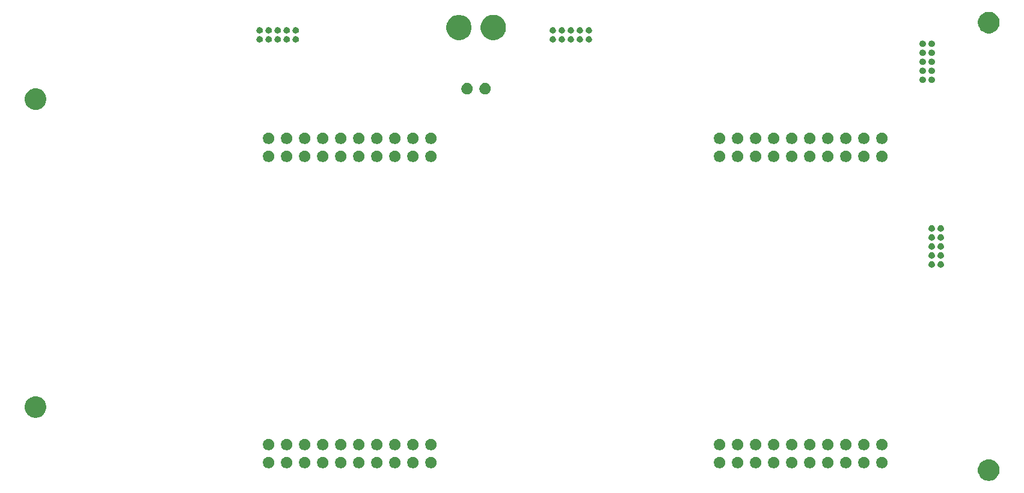
<source format=gbr>
G04 #@! TF.GenerationSoftware,KiCad,Pcbnew,(5.1.4)-1*
G04 #@! TF.CreationDate,2020-02-16T18:09:02-06:00*
G04 #@! TF.ProjectId,Tiva_Breakout_Hardware,54697661-5f42-4726-9561-6b6f75745f48,rev?*
G04 #@! TF.SameCoordinates,Original*
G04 #@! TF.FileFunction,Soldermask,Bot*
G04 #@! TF.FilePolarity,Negative*
%FSLAX46Y46*%
G04 Gerber Fmt 4.6, Leading zero omitted, Abs format (unit mm)*
G04 Created by KiCad (PCBNEW (5.1.4)-1) date 2020-02-16 18:09:02*
%MOMM*%
%LPD*%
G04 APERTURE LIST*
%ADD10C,0.100000*%
G04 APERTURE END LIST*
D10*
G36*
X223060437Y-140927967D02*
G01*
X223207673Y-140957254D01*
X223485059Y-141072151D01*
X223734701Y-141238957D01*
X223947003Y-141451259D01*
X224113809Y-141700901D01*
X224228706Y-141978287D01*
X224287280Y-142272759D01*
X224287280Y-142573001D01*
X224228706Y-142867473D01*
X224113809Y-143144859D01*
X223947003Y-143394501D01*
X223734701Y-143606803D01*
X223485059Y-143773609D01*
X223207673Y-143888506D01*
X223060437Y-143917793D01*
X222913202Y-143947080D01*
X222612958Y-143947080D01*
X222465723Y-143917793D01*
X222318487Y-143888506D01*
X222041101Y-143773609D01*
X221791459Y-143606803D01*
X221579157Y-143394501D01*
X221412351Y-143144859D01*
X221297454Y-142867473D01*
X221238880Y-142573001D01*
X221238880Y-142272759D01*
X221297454Y-141978287D01*
X221412351Y-141700901D01*
X221579157Y-141451259D01*
X221791459Y-141238957D01*
X222041101Y-141072151D01*
X222318487Y-140957254D01*
X222465723Y-140927967D01*
X222612958Y-140898680D01*
X222913202Y-140898680D01*
X223060437Y-140927967D01*
X223060437Y-140927967D01*
G37*
G36*
X207957760Y-140571166D02*
G01*
X208105353Y-140632301D01*
X208238182Y-140721055D01*
X208351145Y-140834018D01*
X208439899Y-140966847D01*
X208501034Y-141114440D01*
X208532200Y-141271123D01*
X208532200Y-141430877D01*
X208501034Y-141587560D01*
X208439899Y-141735153D01*
X208351145Y-141867982D01*
X208238182Y-141980945D01*
X208105353Y-142069699D01*
X208105352Y-142069700D01*
X208105351Y-142069700D01*
X207957760Y-142130834D01*
X207801078Y-142162000D01*
X207641322Y-142162000D01*
X207484640Y-142130834D01*
X207337049Y-142069700D01*
X207337048Y-142069700D01*
X207337047Y-142069699D01*
X207204218Y-141980945D01*
X207091255Y-141867982D01*
X207002501Y-141735153D01*
X206941366Y-141587560D01*
X206910200Y-141430877D01*
X206910200Y-141271123D01*
X206941366Y-141114440D01*
X207002501Y-140966847D01*
X207091255Y-140834018D01*
X207204218Y-140721055D01*
X207337047Y-140632301D01*
X207484640Y-140571166D01*
X207641322Y-140540000D01*
X207801078Y-140540000D01*
X207957760Y-140571166D01*
X207957760Y-140571166D01*
G37*
G36*
X124137760Y-140571166D02*
G01*
X124285353Y-140632301D01*
X124418182Y-140721055D01*
X124531145Y-140834018D01*
X124619899Y-140966847D01*
X124681034Y-141114440D01*
X124712200Y-141271123D01*
X124712200Y-141430877D01*
X124681034Y-141587560D01*
X124619899Y-141735153D01*
X124531145Y-141867982D01*
X124418182Y-141980945D01*
X124285353Y-142069699D01*
X124285352Y-142069700D01*
X124285351Y-142069700D01*
X124137760Y-142130834D01*
X123981078Y-142162000D01*
X123821322Y-142162000D01*
X123664640Y-142130834D01*
X123517049Y-142069700D01*
X123517048Y-142069700D01*
X123517047Y-142069699D01*
X123384218Y-141980945D01*
X123271255Y-141867982D01*
X123182501Y-141735153D01*
X123121366Y-141587560D01*
X123090200Y-141430877D01*
X123090200Y-141271123D01*
X123121366Y-141114440D01*
X123182501Y-140966847D01*
X123271255Y-140834018D01*
X123384218Y-140721055D01*
X123517047Y-140632301D01*
X123664640Y-140571166D01*
X123821322Y-140540000D01*
X123981078Y-140540000D01*
X124137760Y-140571166D01*
X124137760Y-140571166D01*
G37*
G36*
X131757760Y-140571166D02*
G01*
X131905353Y-140632301D01*
X132038182Y-140721055D01*
X132151145Y-140834018D01*
X132239899Y-140966847D01*
X132301034Y-141114440D01*
X132332200Y-141271123D01*
X132332200Y-141430877D01*
X132301034Y-141587560D01*
X132239899Y-141735153D01*
X132151145Y-141867982D01*
X132038182Y-141980945D01*
X131905353Y-142069699D01*
X131905352Y-142069700D01*
X131905351Y-142069700D01*
X131757760Y-142130834D01*
X131601078Y-142162000D01*
X131441322Y-142162000D01*
X131284640Y-142130834D01*
X131137049Y-142069700D01*
X131137048Y-142069700D01*
X131137047Y-142069699D01*
X131004218Y-141980945D01*
X130891255Y-141867982D01*
X130802501Y-141735153D01*
X130741366Y-141587560D01*
X130710200Y-141430877D01*
X130710200Y-141271123D01*
X130741366Y-141114440D01*
X130802501Y-140966847D01*
X130891255Y-140834018D01*
X131004218Y-140721055D01*
X131137047Y-140632301D01*
X131284640Y-140571166D01*
X131441322Y-140540000D01*
X131601078Y-140540000D01*
X131757760Y-140571166D01*
X131757760Y-140571166D01*
G37*
G36*
X129217760Y-140571166D02*
G01*
X129365353Y-140632301D01*
X129498182Y-140721055D01*
X129611145Y-140834018D01*
X129699899Y-140966847D01*
X129761034Y-141114440D01*
X129792200Y-141271123D01*
X129792200Y-141430877D01*
X129761034Y-141587560D01*
X129699899Y-141735153D01*
X129611145Y-141867982D01*
X129498182Y-141980945D01*
X129365353Y-142069699D01*
X129365352Y-142069700D01*
X129365351Y-142069700D01*
X129217760Y-142130834D01*
X129061078Y-142162000D01*
X128901322Y-142162000D01*
X128744640Y-142130834D01*
X128597049Y-142069700D01*
X128597048Y-142069700D01*
X128597047Y-142069699D01*
X128464218Y-141980945D01*
X128351255Y-141867982D01*
X128262501Y-141735153D01*
X128201366Y-141587560D01*
X128170200Y-141430877D01*
X128170200Y-141271123D01*
X128201366Y-141114440D01*
X128262501Y-140966847D01*
X128351255Y-140834018D01*
X128464218Y-140721055D01*
X128597047Y-140632301D01*
X128744640Y-140571166D01*
X128901322Y-140540000D01*
X129061078Y-140540000D01*
X129217760Y-140571166D01*
X129217760Y-140571166D01*
G37*
G36*
X126677760Y-140571166D02*
G01*
X126825353Y-140632301D01*
X126958182Y-140721055D01*
X127071145Y-140834018D01*
X127159899Y-140966847D01*
X127221034Y-141114440D01*
X127252200Y-141271123D01*
X127252200Y-141430877D01*
X127221034Y-141587560D01*
X127159899Y-141735153D01*
X127071145Y-141867982D01*
X126958182Y-141980945D01*
X126825353Y-142069699D01*
X126825352Y-142069700D01*
X126825351Y-142069700D01*
X126677760Y-142130834D01*
X126521078Y-142162000D01*
X126361322Y-142162000D01*
X126204640Y-142130834D01*
X126057049Y-142069700D01*
X126057048Y-142069700D01*
X126057047Y-142069699D01*
X125924218Y-141980945D01*
X125811255Y-141867982D01*
X125722501Y-141735153D01*
X125661366Y-141587560D01*
X125630200Y-141430877D01*
X125630200Y-141271123D01*
X125661366Y-141114440D01*
X125722501Y-140966847D01*
X125811255Y-140834018D01*
X125924218Y-140721055D01*
X126057047Y-140632301D01*
X126204640Y-140571166D01*
X126361322Y-140540000D01*
X126521078Y-140540000D01*
X126677760Y-140571166D01*
X126677760Y-140571166D01*
G37*
G36*
X134297760Y-140571166D02*
G01*
X134445353Y-140632301D01*
X134578182Y-140721055D01*
X134691145Y-140834018D01*
X134779899Y-140966847D01*
X134841034Y-141114440D01*
X134872200Y-141271123D01*
X134872200Y-141430877D01*
X134841034Y-141587560D01*
X134779899Y-141735153D01*
X134691145Y-141867982D01*
X134578182Y-141980945D01*
X134445353Y-142069699D01*
X134445352Y-142069700D01*
X134445351Y-142069700D01*
X134297760Y-142130834D01*
X134141078Y-142162000D01*
X133981322Y-142162000D01*
X133824640Y-142130834D01*
X133677049Y-142069700D01*
X133677048Y-142069700D01*
X133677047Y-142069699D01*
X133544218Y-141980945D01*
X133431255Y-141867982D01*
X133342501Y-141735153D01*
X133281366Y-141587560D01*
X133250200Y-141430877D01*
X133250200Y-141271123D01*
X133281366Y-141114440D01*
X133342501Y-140966847D01*
X133431255Y-140834018D01*
X133544218Y-140721055D01*
X133677047Y-140632301D01*
X133824640Y-140571166D01*
X133981322Y-140540000D01*
X134141078Y-140540000D01*
X134297760Y-140571166D01*
X134297760Y-140571166D01*
G37*
G36*
X136837760Y-140571166D02*
G01*
X136985353Y-140632301D01*
X137118182Y-140721055D01*
X137231145Y-140834018D01*
X137319899Y-140966847D01*
X137381034Y-141114440D01*
X137412200Y-141271123D01*
X137412200Y-141430877D01*
X137381034Y-141587560D01*
X137319899Y-141735153D01*
X137231145Y-141867982D01*
X137118182Y-141980945D01*
X136985353Y-142069699D01*
X136985352Y-142069700D01*
X136985351Y-142069700D01*
X136837760Y-142130834D01*
X136681078Y-142162000D01*
X136521322Y-142162000D01*
X136364640Y-142130834D01*
X136217049Y-142069700D01*
X136217048Y-142069700D01*
X136217047Y-142069699D01*
X136084218Y-141980945D01*
X135971255Y-141867982D01*
X135882501Y-141735153D01*
X135821366Y-141587560D01*
X135790200Y-141430877D01*
X135790200Y-141271123D01*
X135821366Y-141114440D01*
X135882501Y-140966847D01*
X135971255Y-140834018D01*
X136084218Y-140721055D01*
X136217047Y-140632301D01*
X136364640Y-140571166D01*
X136521322Y-140540000D01*
X136681078Y-140540000D01*
X136837760Y-140571166D01*
X136837760Y-140571166D01*
G37*
G36*
X144457760Y-140571166D02*
G01*
X144605353Y-140632301D01*
X144738182Y-140721055D01*
X144851145Y-140834018D01*
X144939899Y-140966847D01*
X145001034Y-141114440D01*
X145032200Y-141271123D01*
X145032200Y-141430877D01*
X145001034Y-141587560D01*
X144939899Y-141735153D01*
X144851145Y-141867982D01*
X144738182Y-141980945D01*
X144605353Y-142069699D01*
X144605352Y-142069700D01*
X144605351Y-142069700D01*
X144457760Y-142130834D01*
X144301078Y-142162000D01*
X144141322Y-142162000D01*
X143984640Y-142130834D01*
X143837049Y-142069700D01*
X143837048Y-142069700D01*
X143837047Y-142069699D01*
X143704218Y-141980945D01*
X143591255Y-141867982D01*
X143502501Y-141735153D01*
X143441366Y-141587560D01*
X143410200Y-141430877D01*
X143410200Y-141271123D01*
X143441366Y-141114440D01*
X143502501Y-140966847D01*
X143591255Y-140834018D01*
X143704218Y-140721055D01*
X143837047Y-140632301D01*
X143984640Y-140571166D01*
X144141322Y-140540000D01*
X144301078Y-140540000D01*
X144457760Y-140571166D01*
X144457760Y-140571166D01*
G37*
G36*
X141917760Y-140571166D02*
G01*
X142065353Y-140632301D01*
X142198182Y-140721055D01*
X142311145Y-140834018D01*
X142399899Y-140966847D01*
X142461034Y-141114440D01*
X142492200Y-141271123D01*
X142492200Y-141430877D01*
X142461034Y-141587560D01*
X142399899Y-141735153D01*
X142311145Y-141867982D01*
X142198182Y-141980945D01*
X142065353Y-142069699D01*
X142065352Y-142069700D01*
X142065351Y-142069700D01*
X141917760Y-142130834D01*
X141761078Y-142162000D01*
X141601322Y-142162000D01*
X141444640Y-142130834D01*
X141297049Y-142069700D01*
X141297048Y-142069700D01*
X141297047Y-142069699D01*
X141164218Y-141980945D01*
X141051255Y-141867982D01*
X140962501Y-141735153D01*
X140901366Y-141587560D01*
X140870200Y-141430877D01*
X140870200Y-141271123D01*
X140901366Y-141114440D01*
X140962501Y-140966847D01*
X141051255Y-140834018D01*
X141164218Y-140721055D01*
X141297047Y-140632301D01*
X141444640Y-140571166D01*
X141601322Y-140540000D01*
X141761078Y-140540000D01*
X141917760Y-140571166D01*
X141917760Y-140571166D01*
G37*
G36*
X139377760Y-140571166D02*
G01*
X139525353Y-140632301D01*
X139658182Y-140721055D01*
X139771145Y-140834018D01*
X139859899Y-140966847D01*
X139921034Y-141114440D01*
X139952200Y-141271123D01*
X139952200Y-141430877D01*
X139921034Y-141587560D01*
X139859899Y-141735153D01*
X139771145Y-141867982D01*
X139658182Y-141980945D01*
X139525353Y-142069699D01*
X139525352Y-142069700D01*
X139525351Y-142069700D01*
X139377760Y-142130834D01*
X139221078Y-142162000D01*
X139061322Y-142162000D01*
X138904640Y-142130834D01*
X138757049Y-142069700D01*
X138757048Y-142069700D01*
X138757047Y-142069699D01*
X138624218Y-141980945D01*
X138511255Y-141867982D01*
X138422501Y-141735153D01*
X138361366Y-141587560D01*
X138330200Y-141430877D01*
X138330200Y-141271123D01*
X138361366Y-141114440D01*
X138422501Y-140966847D01*
X138511255Y-140834018D01*
X138624218Y-140721055D01*
X138757047Y-140632301D01*
X138904640Y-140571166D01*
X139061322Y-140540000D01*
X139221078Y-140540000D01*
X139377760Y-140571166D01*
X139377760Y-140571166D01*
G37*
G36*
X205417760Y-140571166D02*
G01*
X205565353Y-140632301D01*
X205698182Y-140721055D01*
X205811145Y-140834018D01*
X205899899Y-140966847D01*
X205961034Y-141114440D01*
X205992200Y-141271123D01*
X205992200Y-141430877D01*
X205961034Y-141587560D01*
X205899899Y-141735153D01*
X205811145Y-141867982D01*
X205698182Y-141980945D01*
X205565353Y-142069699D01*
X205565352Y-142069700D01*
X205565351Y-142069700D01*
X205417760Y-142130834D01*
X205261078Y-142162000D01*
X205101322Y-142162000D01*
X204944640Y-142130834D01*
X204797049Y-142069700D01*
X204797048Y-142069700D01*
X204797047Y-142069699D01*
X204664218Y-141980945D01*
X204551255Y-141867982D01*
X204462501Y-141735153D01*
X204401366Y-141587560D01*
X204370200Y-141430877D01*
X204370200Y-141271123D01*
X204401366Y-141114440D01*
X204462501Y-140966847D01*
X204551255Y-140834018D01*
X204664218Y-140721055D01*
X204797047Y-140632301D01*
X204944640Y-140571166D01*
X205101322Y-140540000D01*
X205261078Y-140540000D01*
X205417760Y-140571166D01*
X205417760Y-140571166D01*
G37*
G36*
X202877760Y-140571166D02*
G01*
X203025353Y-140632301D01*
X203158182Y-140721055D01*
X203271145Y-140834018D01*
X203359899Y-140966847D01*
X203421034Y-141114440D01*
X203452200Y-141271123D01*
X203452200Y-141430877D01*
X203421034Y-141587560D01*
X203359899Y-141735153D01*
X203271145Y-141867982D01*
X203158182Y-141980945D01*
X203025353Y-142069699D01*
X203025352Y-142069700D01*
X203025351Y-142069700D01*
X202877760Y-142130834D01*
X202721078Y-142162000D01*
X202561322Y-142162000D01*
X202404640Y-142130834D01*
X202257049Y-142069700D01*
X202257048Y-142069700D01*
X202257047Y-142069699D01*
X202124218Y-141980945D01*
X202011255Y-141867982D01*
X201922501Y-141735153D01*
X201861366Y-141587560D01*
X201830200Y-141430877D01*
X201830200Y-141271123D01*
X201861366Y-141114440D01*
X201922501Y-140966847D01*
X202011255Y-140834018D01*
X202124218Y-140721055D01*
X202257047Y-140632301D01*
X202404640Y-140571166D01*
X202561322Y-140540000D01*
X202721078Y-140540000D01*
X202877760Y-140571166D01*
X202877760Y-140571166D01*
G37*
G36*
X200337760Y-140571166D02*
G01*
X200485353Y-140632301D01*
X200618182Y-140721055D01*
X200731145Y-140834018D01*
X200819899Y-140966847D01*
X200881034Y-141114440D01*
X200912200Y-141271123D01*
X200912200Y-141430877D01*
X200881034Y-141587560D01*
X200819899Y-141735153D01*
X200731145Y-141867982D01*
X200618182Y-141980945D01*
X200485353Y-142069699D01*
X200485352Y-142069700D01*
X200485351Y-142069700D01*
X200337760Y-142130834D01*
X200181078Y-142162000D01*
X200021322Y-142162000D01*
X199864640Y-142130834D01*
X199717049Y-142069700D01*
X199717048Y-142069700D01*
X199717047Y-142069699D01*
X199584218Y-141980945D01*
X199471255Y-141867982D01*
X199382501Y-141735153D01*
X199321366Y-141587560D01*
X199290200Y-141430877D01*
X199290200Y-141271123D01*
X199321366Y-141114440D01*
X199382501Y-140966847D01*
X199471255Y-140834018D01*
X199584218Y-140721055D01*
X199717047Y-140632301D01*
X199864640Y-140571166D01*
X200021322Y-140540000D01*
X200181078Y-140540000D01*
X200337760Y-140571166D01*
X200337760Y-140571166D01*
G37*
G36*
X197797760Y-140571166D02*
G01*
X197945353Y-140632301D01*
X198078182Y-140721055D01*
X198191145Y-140834018D01*
X198279899Y-140966847D01*
X198341034Y-141114440D01*
X198372200Y-141271123D01*
X198372200Y-141430877D01*
X198341034Y-141587560D01*
X198279899Y-141735153D01*
X198191145Y-141867982D01*
X198078182Y-141980945D01*
X197945353Y-142069699D01*
X197945352Y-142069700D01*
X197945351Y-142069700D01*
X197797760Y-142130834D01*
X197641078Y-142162000D01*
X197481322Y-142162000D01*
X197324640Y-142130834D01*
X197177049Y-142069700D01*
X197177048Y-142069700D01*
X197177047Y-142069699D01*
X197044218Y-141980945D01*
X196931255Y-141867982D01*
X196842501Y-141735153D01*
X196781366Y-141587560D01*
X196750200Y-141430877D01*
X196750200Y-141271123D01*
X196781366Y-141114440D01*
X196842501Y-140966847D01*
X196931255Y-140834018D01*
X197044218Y-140721055D01*
X197177047Y-140632301D01*
X197324640Y-140571166D01*
X197481322Y-140540000D01*
X197641078Y-140540000D01*
X197797760Y-140571166D01*
X197797760Y-140571166D01*
G37*
G36*
X195257760Y-140571166D02*
G01*
X195405353Y-140632301D01*
X195538182Y-140721055D01*
X195651145Y-140834018D01*
X195739899Y-140966847D01*
X195801034Y-141114440D01*
X195832200Y-141271123D01*
X195832200Y-141430877D01*
X195801034Y-141587560D01*
X195739899Y-141735153D01*
X195651145Y-141867982D01*
X195538182Y-141980945D01*
X195405353Y-142069699D01*
X195405352Y-142069700D01*
X195405351Y-142069700D01*
X195257760Y-142130834D01*
X195101078Y-142162000D01*
X194941322Y-142162000D01*
X194784640Y-142130834D01*
X194637049Y-142069700D01*
X194637048Y-142069700D01*
X194637047Y-142069699D01*
X194504218Y-141980945D01*
X194391255Y-141867982D01*
X194302501Y-141735153D01*
X194241366Y-141587560D01*
X194210200Y-141430877D01*
X194210200Y-141271123D01*
X194241366Y-141114440D01*
X194302501Y-140966847D01*
X194391255Y-140834018D01*
X194504218Y-140721055D01*
X194637047Y-140632301D01*
X194784640Y-140571166D01*
X194941322Y-140540000D01*
X195101078Y-140540000D01*
X195257760Y-140571166D01*
X195257760Y-140571166D01*
G37*
G36*
X192717760Y-140571166D02*
G01*
X192865353Y-140632301D01*
X192998182Y-140721055D01*
X193111145Y-140834018D01*
X193199899Y-140966847D01*
X193261034Y-141114440D01*
X193292200Y-141271123D01*
X193292200Y-141430877D01*
X193261034Y-141587560D01*
X193199899Y-141735153D01*
X193111145Y-141867982D01*
X192998182Y-141980945D01*
X192865353Y-142069699D01*
X192865352Y-142069700D01*
X192865351Y-142069700D01*
X192717760Y-142130834D01*
X192561078Y-142162000D01*
X192401322Y-142162000D01*
X192244640Y-142130834D01*
X192097049Y-142069700D01*
X192097048Y-142069700D01*
X192097047Y-142069699D01*
X191964218Y-141980945D01*
X191851255Y-141867982D01*
X191762501Y-141735153D01*
X191701366Y-141587560D01*
X191670200Y-141430877D01*
X191670200Y-141271123D01*
X191701366Y-141114440D01*
X191762501Y-140966847D01*
X191851255Y-140834018D01*
X191964218Y-140721055D01*
X192097047Y-140632301D01*
X192244640Y-140571166D01*
X192401322Y-140540000D01*
X192561078Y-140540000D01*
X192717760Y-140571166D01*
X192717760Y-140571166D01*
G37*
G36*
X190177760Y-140571166D02*
G01*
X190325353Y-140632301D01*
X190458182Y-140721055D01*
X190571145Y-140834018D01*
X190659899Y-140966847D01*
X190721034Y-141114440D01*
X190752200Y-141271123D01*
X190752200Y-141430877D01*
X190721034Y-141587560D01*
X190659899Y-141735153D01*
X190571145Y-141867982D01*
X190458182Y-141980945D01*
X190325353Y-142069699D01*
X190325352Y-142069700D01*
X190325351Y-142069700D01*
X190177760Y-142130834D01*
X190021078Y-142162000D01*
X189861322Y-142162000D01*
X189704640Y-142130834D01*
X189557049Y-142069700D01*
X189557048Y-142069700D01*
X189557047Y-142069699D01*
X189424218Y-141980945D01*
X189311255Y-141867982D01*
X189222501Y-141735153D01*
X189161366Y-141587560D01*
X189130200Y-141430877D01*
X189130200Y-141271123D01*
X189161366Y-141114440D01*
X189222501Y-140966847D01*
X189311255Y-140834018D01*
X189424218Y-140721055D01*
X189557047Y-140632301D01*
X189704640Y-140571166D01*
X189861322Y-140540000D01*
X190021078Y-140540000D01*
X190177760Y-140571166D01*
X190177760Y-140571166D01*
G37*
G36*
X187637760Y-140571166D02*
G01*
X187785353Y-140632301D01*
X187918182Y-140721055D01*
X188031145Y-140834018D01*
X188119899Y-140966847D01*
X188181034Y-141114440D01*
X188212200Y-141271123D01*
X188212200Y-141430877D01*
X188181034Y-141587560D01*
X188119899Y-141735153D01*
X188031145Y-141867982D01*
X187918182Y-141980945D01*
X187785353Y-142069699D01*
X187785352Y-142069700D01*
X187785351Y-142069700D01*
X187637760Y-142130834D01*
X187481078Y-142162000D01*
X187321322Y-142162000D01*
X187164640Y-142130834D01*
X187017049Y-142069700D01*
X187017048Y-142069700D01*
X187017047Y-142069699D01*
X186884218Y-141980945D01*
X186771255Y-141867982D01*
X186682501Y-141735153D01*
X186621366Y-141587560D01*
X186590200Y-141430877D01*
X186590200Y-141271123D01*
X186621366Y-141114440D01*
X186682501Y-140966847D01*
X186771255Y-140834018D01*
X186884218Y-140721055D01*
X187017047Y-140632301D01*
X187164640Y-140571166D01*
X187321322Y-140540000D01*
X187481078Y-140540000D01*
X187637760Y-140571166D01*
X187637760Y-140571166D01*
G37*
G36*
X185097760Y-140571166D02*
G01*
X185245353Y-140632301D01*
X185378182Y-140721055D01*
X185491145Y-140834018D01*
X185579899Y-140966847D01*
X185641034Y-141114440D01*
X185672200Y-141271123D01*
X185672200Y-141430877D01*
X185641034Y-141587560D01*
X185579899Y-141735153D01*
X185491145Y-141867982D01*
X185378182Y-141980945D01*
X185245353Y-142069699D01*
X185245352Y-142069700D01*
X185245351Y-142069700D01*
X185097760Y-142130834D01*
X184941078Y-142162000D01*
X184781322Y-142162000D01*
X184624640Y-142130834D01*
X184477049Y-142069700D01*
X184477048Y-142069700D01*
X184477047Y-142069699D01*
X184344218Y-141980945D01*
X184231255Y-141867982D01*
X184142501Y-141735153D01*
X184081366Y-141587560D01*
X184050200Y-141430877D01*
X184050200Y-141271123D01*
X184081366Y-141114440D01*
X184142501Y-140966847D01*
X184231255Y-140834018D01*
X184344218Y-140721055D01*
X184477047Y-140632301D01*
X184624640Y-140571166D01*
X184781322Y-140540000D01*
X184941078Y-140540000D01*
X185097760Y-140571166D01*
X185097760Y-140571166D01*
G37*
G36*
X121597760Y-140571166D02*
G01*
X121745353Y-140632301D01*
X121878182Y-140721055D01*
X121991145Y-140834018D01*
X122079899Y-140966847D01*
X122141034Y-141114440D01*
X122172200Y-141271123D01*
X122172200Y-141430877D01*
X122141034Y-141587560D01*
X122079899Y-141735153D01*
X121991145Y-141867982D01*
X121878182Y-141980945D01*
X121745353Y-142069699D01*
X121745352Y-142069700D01*
X121745351Y-142069700D01*
X121597760Y-142130834D01*
X121441078Y-142162000D01*
X121281322Y-142162000D01*
X121124640Y-142130834D01*
X120977049Y-142069700D01*
X120977048Y-142069700D01*
X120977047Y-142069699D01*
X120844218Y-141980945D01*
X120731255Y-141867982D01*
X120642501Y-141735153D01*
X120581366Y-141587560D01*
X120550200Y-141430877D01*
X120550200Y-141271123D01*
X120581366Y-141114440D01*
X120642501Y-140966847D01*
X120731255Y-140834018D01*
X120844218Y-140721055D01*
X120977047Y-140632301D01*
X121124640Y-140571166D01*
X121281322Y-140540000D01*
X121441078Y-140540000D01*
X121597760Y-140571166D01*
X121597760Y-140571166D01*
G37*
G36*
X185097760Y-138031166D02*
G01*
X185245353Y-138092301D01*
X185378182Y-138181055D01*
X185491145Y-138294018D01*
X185579899Y-138426847D01*
X185641034Y-138574440D01*
X185672200Y-138731123D01*
X185672200Y-138890877D01*
X185641034Y-139047560D01*
X185579899Y-139195153D01*
X185491145Y-139327982D01*
X185378182Y-139440945D01*
X185245353Y-139529699D01*
X185245352Y-139529700D01*
X185245351Y-139529700D01*
X185097760Y-139590834D01*
X184941078Y-139622000D01*
X184781322Y-139622000D01*
X184624640Y-139590834D01*
X184477049Y-139529700D01*
X184477048Y-139529700D01*
X184477047Y-139529699D01*
X184344218Y-139440945D01*
X184231255Y-139327982D01*
X184142501Y-139195153D01*
X184081366Y-139047560D01*
X184050200Y-138890877D01*
X184050200Y-138731123D01*
X184081366Y-138574440D01*
X184142501Y-138426847D01*
X184231255Y-138294018D01*
X184344218Y-138181055D01*
X184477047Y-138092301D01*
X184624640Y-138031166D01*
X184781322Y-138000000D01*
X184941078Y-138000000D01*
X185097760Y-138031166D01*
X185097760Y-138031166D01*
G37*
G36*
X144457760Y-138031166D02*
G01*
X144605353Y-138092301D01*
X144738182Y-138181055D01*
X144851145Y-138294018D01*
X144939899Y-138426847D01*
X145001034Y-138574440D01*
X145032200Y-138731123D01*
X145032200Y-138890877D01*
X145001034Y-139047560D01*
X144939899Y-139195153D01*
X144851145Y-139327982D01*
X144738182Y-139440945D01*
X144605353Y-139529699D01*
X144605352Y-139529700D01*
X144605351Y-139529700D01*
X144457760Y-139590834D01*
X144301078Y-139622000D01*
X144141322Y-139622000D01*
X143984640Y-139590834D01*
X143837049Y-139529700D01*
X143837048Y-139529700D01*
X143837047Y-139529699D01*
X143704218Y-139440945D01*
X143591255Y-139327982D01*
X143502501Y-139195153D01*
X143441366Y-139047560D01*
X143410200Y-138890877D01*
X143410200Y-138731123D01*
X143441366Y-138574440D01*
X143502501Y-138426847D01*
X143591255Y-138294018D01*
X143704218Y-138181055D01*
X143837047Y-138092301D01*
X143984640Y-138031166D01*
X144141322Y-138000000D01*
X144301078Y-138000000D01*
X144457760Y-138031166D01*
X144457760Y-138031166D01*
G37*
G36*
X141917760Y-138031166D02*
G01*
X142065353Y-138092301D01*
X142198182Y-138181055D01*
X142311145Y-138294018D01*
X142399899Y-138426847D01*
X142461034Y-138574440D01*
X142492200Y-138731123D01*
X142492200Y-138890877D01*
X142461034Y-139047560D01*
X142399899Y-139195153D01*
X142311145Y-139327982D01*
X142198182Y-139440945D01*
X142065353Y-139529699D01*
X142065352Y-139529700D01*
X142065351Y-139529700D01*
X141917760Y-139590834D01*
X141761078Y-139622000D01*
X141601322Y-139622000D01*
X141444640Y-139590834D01*
X141297049Y-139529700D01*
X141297048Y-139529700D01*
X141297047Y-139529699D01*
X141164218Y-139440945D01*
X141051255Y-139327982D01*
X140962501Y-139195153D01*
X140901366Y-139047560D01*
X140870200Y-138890877D01*
X140870200Y-138731123D01*
X140901366Y-138574440D01*
X140962501Y-138426847D01*
X141051255Y-138294018D01*
X141164218Y-138181055D01*
X141297047Y-138092301D01*
X141444640Y-138031166D01*
X141601322Y-138000000D01*
X141761078Y-138000000D01*
X141917760Y-138031166D01*
X141917760Y-138031166D01*
G37*
G36*
X139377760Y-138031166D02*
G01*
X139525353Y-138092301D01*
X139658182Y-138181055D01*
X139771145Y-138294018D01*
X139859899Y-138426847D01*
X139921034Y-138574440D01*
X139952200Y-138731123D01*
X139952200Y-138890877D01*
X139921034Y-139047560D01*
X139859899Y-139195153D01*
X139771145Y-139327982D01*
X139658182Y-139440945D01*
X139525353Y-139529699D01*
X139525352Y-139529700D01*
X139525351Y-139529700D01*
X139377760Y-139590834D01*
X139221078Y-139622000D01*
X139061322Y-139622000D01*
X138904640Y-139590834D01*
X138757049Y-139529700D01*
X138757048Y-139529700D01*
X138757047Y-139529699D01*
X138624218Y-139440945D01*
X138511255Y-139327982D01*
X138422501Y-139195153D01*
X138361366Y-139047560D01*
X138330200Y-138890877D01*
X138330200Y-138731123D01*
X138361366Y-138574440D01*
X138422501Y-138426847D01*
X138511255Y-138294018D01*
X138624218Y-138181055D01*
X138757047Y-138092301D01*
X138904640Y-138031166D01*
X139061322Y-138000000D01*
X139221078Y-138000000D01*
X139377760Y-138031166D01*
X139377760Y-138031166D01*
G37*
G36*
X136837760Y-138031166D02*
G01*
X136985353Y-138092301D01*
X137118182Y-138181055D01*
X137231145Y-138294018D01*
X137319899Y-138426847D01*
X137381034Y-138574440D01*
X137412200Y-138731123D01*
X137412200Y-138890877D01*
X137381034Y-139047560D01*
X137319899Y-139195153D01*
X137231145Y-139327982D01*
X137118182Y-139440945D01*
X136985353Y-139529699D01*
X136985352Y-139529700D01*
X136985351Y-139529700D01*
X136837760Y-139590834D01*
X136681078Y-139622000D01*
X136521322Y-139622000D01*
X136364640Y-139590834D01*
X136217049Y-139529700D01*
X136217048Y-139529700D01*
X136217047Y-139529699D01*
X136084218Y-139440945D01*
X135971255Y-139327982D01*
X135882501Y-139195153D01*
X135821366Y-139047560D01*
X135790200Y-138890877D01*
X135790200Y-138731123D01*
X135821366Y-138574440D01*
X135882501Y-138426847D01*
X135971255Y-138294018D01*
X136084218Y-138181055D01*
X136217047Y-138092301D01*
X136364640Y-138031166D01*
X136521322Y-138000000D01*
X136681078Y-138000000D01*
X136837760Y-138031166D01*
X136837760Y-138031166D01*
G37*
G36*
X134297760Y-138031166D02*
G01*
X134445353Y-138092301D01*
X134578182Y-138181055D01*
X134691145Y-138294018D01*
X134779899Y-138426847D01*
X134841034Y-138574440D01*
X134872200Y-138731123D01*
X134872200Y-138890877D01*
X134841034Y-139047560D01*
X134779899Y-139195153D01*
X134691145Y-139327982D01*
X134578182Y-139440945D01*
X134445353Y-139529699D01*
X134445352Y-139529700D01*
X134445351Y-139529700D01*
X134297760Y-139590834D01*
X134141078Y-139622000D01*
X133981322Y-139622000D01*
X133824640Y-139590834D01*
X133677049Y-139529700D01*
X133677048Y-139529700D01*
X133677047Y-139529699D01*
X133544218Y-139440945D01*
X133431255Y-139327982D01*
X133342501Y-139195153D01*
X133281366Y-139047560D01*
X133250200Y-138890877D01*
X133250200Y-138731123D01*
X133281366Y-138574440D01*
X133342501Y-138426847D01*
X133431255Y-138294018D01*
X133544218Y-138181055D01*
X133677047Y-138092301D01*
X133824640Y-138031166D01*
X133981322Y-138000000D01*
X134141078Y-138000000D01*
X134297760Y-138031166D01*
X134297760Y-138031166D01*
G37*
G36*
X124137760Y-138031166D02*
G01*
X124285353Y-138092301D01*
X124418182Y-138181055D01*
X124531145Y-138294018D01*
X124619899Y-138426847D01*
X124681034Y-138574440D01*
X124712200Y-138731123D01*
X124712200Y-138890877D01*
X124681034Y-139047560D01*
X124619899Y-139195153D01*
X124531145Y-139327982D01*
X124418182Y-139440945D01*
X124285353Y-139529699D01*
X124285352Y-139529700D01*
X124285351Y-139529700D01*
X124137760Y-139590834D01*
X123981078Y-139622000D01*
X123821322Y-139622000D01*
X123664640Y-139590834D01*
X123517049Y-139529700D01*
X123517048Y-139529700D01*
X123517047Y-139529699D01*
X123384218Y-139440945D01*
X123271255Y-139327982D01*
X123182501Y-139195153D01*
X123121366Y-139047560D01*
X123090200Y-138890877D01*
X123090200Y-138731123D01*
X123121366Y-138574440D01*
X123182501Y-138426847D01*
X123271255Y-138294018D01*
X123384218Y-138181055D01*
X123517047Y-138092301D01*
X123664640Y-138031166D01*
X123821322Y-138000000D01*
X123981078Y-138000000D01*
X124137760Y-138031166D01*
X124137760Y-138031166D01*
G37*
G36*
X129217760Y-138031166D02*
G01*
X129365353Y-138092301D01*
X129498182Y-138181055D01*
X129611145Y-138294018D01*
X129699899Y-138426847D01*
X129761034Y-138574440D01*
X129792200Y-138731123D01*
X129792200Y-138890877D01*
X129761034Y-139047560D01*
X129699899Y-139195153D01*
X129611145Y-139327982D01*
X129498182Y-139440945D01*
X129365353Y-139529699D01*
X129365352Y-139529700D01*
X129365351Y-139529700D01*
X129217760Y-139590834D01*
X129061078Y-139622000D01*
X128901322Y-139622000D01*
X128744640Y-139590834D01*
X128597049Y-139529700D01*
X128597048Y-139529700D01*
X128597047Y-139529699D01*
X128464218Y-139440945D01*
X128351255Y-139327982D01*
X128262501Y-139195153D01*
X128201366Y-139047560D01*
X128170200Y-138890877D01*
X128170200Y-138731123D01*
X128201366Y-138574440D01*
X128262501Y-138426847D01*
X128351255Y-138294018D01*
X128464218Y-138181055D01*
X128597047Y-138092301D01*
X128744640Y-138031166D01*
X128901322Y-138000000D01*
X129061078Y-138000000D01*
X129217760Y-138031166D01*
X129217760Y-138031166D01*
G37*
G36*
X126677760Y-138031166D02*
G01*
X126825353Y-138092301D01*
X126958182Y-138181055D01*
X127071145Y-138294018D01*
X127159899Y-138426847D01*
X127221034Y-138574440D01*
X127252200Y-138731123D01*
X127252200Y-138890877D01*
X127221034Y-139047560D01*
X127159899Y-139195153D01*
X127071145Y-139327982D01*
X126958182Y-139440945D01*
X126825353Y-139529699D01*
X126825352Y-139529700D01*
X126825351Y-139529700D01*
X126677760Y-139590834D01*
X126521078Y-139622000D01*
X126361322Y-139622000D01*
X126204640Y-139590834D01*
X126057049Y-139529700D01*
X126057048Y-139529700D01*
X126057047Y-139529699D01*
X125924218Y-139440945D01*
X125811255Y-139327982D01*
X125722501Y-139195153D01*
X125661366Y-139047560D01*
X125630200Y-138890877D01*
X125630200Y-138731123D01*
X125661366Y-138574440D01*
X125722501Y-138426847D01*
X125811255Y-138294018D01*
X125924218Y-138181055D01*
X126057047Y-138092301D01*
X126204640Y-138031166D01*
X126361322Y-138000000D01*
X126521078Y-138000000D01*
X126677760Y-138031166D01*
X126677760Y-138031166D01*
G37*
G36*
X187637760Y-138031166D02*
G01*
X187785353Y-138092301D01*
X187918182Y-138181055D01*
X188031145Y-138294018D01*
X188119899Y-138426847D01*
X188181034Y-138574440D01*
X188212200Y-138731123D01*
X188212200Y-138890877D01*
X188181034Y-139047560D01*
X188119899Y-139195153D01*
X188031145Y-139327982D01*
X187918182Y-139440945D01*
X187785353Y-139529699D01*
X187785352Y-139529700D01*
X187785351Y-139529700D01*
X187637760Y-139590834D01*
X187481078Y-139622000D01*
X187321322Y-139622000D01*
X187164640Y-139590834D01*
X187017049Y-139529700D01*
X187017048Y-139529700D01*
X187017047Y-139529699D01*
X186884218Y-139440945D01*
X186771255Y-139327982D01*
X186682501Y-139195153D01*
X186621366Y-139047560D01*
X186590200Y-138890877D01*
X186590200Y-138731123D01*
X186621366Y-138574440D01*
X186682501Y-138426847D01*
X186771255Y-138294018D01*
X186884218Y-138181055D01*
X187017047Y-138092301D01*
X187164640Y-138031166D01*
X187321322Y-138000000D01*
X187481078Y-138000000D01*
X187637760Y-138031166D01*
X187637760Y-138031166D01*
G37*
G36*
X190177760Y-138031166D02*
G01*
X190325353Y-138092301D01*
X190458182Y-138181055D01*
X190571145Y-138294018D01*
X190659899Y-138426847D01*
X190721034Y-138574440D01*
X190752200Y-138731123D01*
X190752200Y-138890877D01*
X190721034Y-139047560D01*
X190659899Y-139195153D01*
X190571145Y-139327982D01*
X190458182Y-139440945D01*
X190325353Y-139529699D01*
X190325352Y-139529700D01*
X190325351Y-139529700D01*
X190177760Y-139590834D01*
X190021078Y-139622000D01*
X189861322Y-139622000D01*
X189704640Y-139590834D01*
X189557049Y-139529700D01*
X189557048Y-139529700D01*
X189557047Y-139529699D01*
X189424218Y-139440945D01*
X189311255Y-139327982D01*
X189222501Y-139195153D01*
X189161366Y-139047560D01*
X189130200Y-138890877D01*
X189130200Y-138731123D01*
X189161366Y-138574440D01*
X189222501Y-138426847D01*
X189311255Y-138294018D01*
X189424218Y-138181055D01*
X189557047Y-138092301D01*
X189704640Y-138031166D01*
X189861322Y-138000000D01*
X190021078Y-138000000D01*
X190177760Y-138031166D01*
X190177760Y-138031166D01*
G37*
G36*
X192717760Y-138031166D02*
G01*
X192865353Y-138092301D01*
X192998182Y-138181055D01*
X193111145Y-138294018D01*
X193199899Y-138426847D01*
X193261034Y-138574440D01*
X193292200Y-138731123D01*
X193292200Y-138890877D01*
X193261034Y-139047560D01*
X193199899Y-139195153D01*
X193111145Y-139327982D01*
X192998182Y-139440945D01*
X192865353Y-139529699D01*
X192865352Y-139529700D01*
X192865351Y-139529700D01*
X192717760Y-139590834D01*
X192561078Y-139622000D01*
X192401322Y-139622000D01*
X192244640Y-139590834D01*
X192097049Y-139529700D01*
X192097048Y-139529700D01*
X192097047Y-139529699D01*
X191964218Y-139440945D01*
X191851255Y-139327982D01*
X191762501Y-139195153D01*
X191701366Y-139047560D01*
X191670200Y-138890877D01*
X191670200Y-138731123D01*
X191701366Y-138574440D01*
X191762501Y-138426847D01*
X191851255Y-138294018D01*
X191964218Y-138181055D01*
X192097047Y-138092301D01*
X192244640Y-138031166D01*
X192401322Y-138000000D01*
X192561078Y-138000000D01*
X192717760Y-138031166D01*
X192717760Y-138031166D01*
G37*
G36*
X131757760Y-138031166D02*
G01*
X131905353Y-138092301D01*
X132038182Y-138181055D01*
X132151145Y-138294018D01*
X132239899Y-138426847D01*
X132301034Y-138574440D01*
X132332200Y-138731123D01*
X132332200Y-138890877D01*
X132301034Y-139047560D01*
X132239899Y-139195153D01*
X132151145Y-139327982D01*
X132038182Y-139440945D01*
X131905353Y-139529699D01*
X131905352Y-139529700D01*
X131905351Y-139529700D01*
X131757760Y-139590834D01*
X131601078Y-139622000D01*
X131441322Y-139622000D01*
X131284640Y-139590834D01*
X131137049Y-139529700D01*
X131137048Y-139529700D01*
X131137047Y-139529699D01*
X131004218Y-139440945D01*
X130891255Y-139327982D01*
X130802501Y-139195153D01*
X130741366Y-139047560D01*
X130710200Y-138890877D01*
X130710200Y-138731123D01*
X130741366Y-138574440D01*
X130802501Y-138426847D01*
X130891255Y-138294018D01*
X131004218Y-138181055D01*
X131137047Y-138092301D01*
X131284640Y-138031166D01*
X131441322Y-138000000D01*
X131601078Y-138000000D01*
X131757760Y-138031166D01*
X131757760Y-138031166D01*
G37*
G36*
X197797760Y-138031166D02*
G01*
X197945353Y-138092301D01*
X198078182Y-138181055D01*
X198191145Y-138294018D01*
X198279899Y-138426847D01*
X198341034Y-138574440D01*
X198372200Y-138731123D01*
X198372200Y-138890877D01*
X198341034Y-139047560D01*
X198279899Y-139195153D01*
X198191145Y-139327982D01*
X198078182Y-139440945D01*
X197945353Y-139529699D01*
X197945352Y-139529700D01*
X197945351Y-139529700D01*
X197797760Y-139590834D01*
X197641078Y-139622000D01*
X197481322Y-139622000D01*
X197324640Y-139590834D01*
X197177049Y-139529700D01*
X197177048Y-139529700D01*
X197177047Y-139529699D01*
X197044218Y-139440945D01*
X196931255Y-139327982D01*
X196842501Y-139195153D01*
X196781366Y-139047560D01*
X196750200Y-138890877D01*
X196750200Y-138731123D01*
X196781366Y-138574440D01*
X196842501Y-138426847D01*
X196931255Y-138294018D01*
X197044218Y-138181055D01*
X197177047Y-138092301D01*
X197324640Y-138031166D01*
X197481322Y-138000000D01*
X197641078Y-138000000D01*
X197797760Y-138031166D01*
X197797760Y-138031166D01*
G37*
G36*
X121597760Y-138031166D02*
G01*
X121745353Y-138092301D01*
X121878182Y-138181055D01*
X121991145Y-138294018D01*
X122079899Y-138426847D01*
X122141034Y-138574440D01*
X122172200Y-138731123D01*
X122172200Y-138890877D01*
X122141034Y-139047560D01*
X122079899Y-139195153D01*
X121991145Y-139327982D01*
X121878182Y-139440945D01*
X121745353Y-139529699D01*
X121745352Y-139529700D01*
X121745351Y-139529700D01*
X121597760Y-139590834D01*
X121441078Y-139622000D01*
X121281322Y-139622000D01*
X121124640Y-139590834D01*
X120977049Y-139529700D01*
X120977048Y-139529700D01*
X120977047Y-139529699D01*
X120844218Y-139440945D01*
X120731255Y-139327982D01*
X120642501Y-139195153D01*
X120581366Y-139047560D01*
X120550200Y-138890877D01*
X120550200Y-138731123D01*
X120581366Y-138574440D01*
X120642501Y-138426847D01*
X120731255Y-138294018D01*
X120844218Y-138181055D01*
X120977047Y-138092301D01*
X121124640Y-138031166D01*
X121281322Y-138000000D01*
X121441078Y-138000000D01*
X121597760Y-138031166D01*
X121597760Y-138031166D01*
G37*
G36*
X200337760Y-138031166D02*
G01*
X200485353Y-138092301D01*
X200618182Y-138181055D01*
X200731145Y-138294018D01*
X200819899Y-138426847D01*
X200881034Y-138574440D01*
X200912200Y-138731123D01*
X200912200Y-138890877D01*
X200881034Y-139047560D01*
X200819899Y-139195153D01*
X200731145Y-139327982D01*
X200618182Y-139440945D01*
X200485353Y-139529699D01*
X200485352Y-139529700D01*
X200485351Y-139529700D01*
X200337760Y-139590834D01*
X200181078Y-139622000D01*
X200021322Y-139622000D01*
X199864640Y-139590834D01*
X199717049Y-139529700D01*
X199717048Y-139529700D01*
X199717047Y-139529699D01*
X199584218Y-139440945D01*
X199471255Y-139327982D01*
X199382501Y-139195153D01*
X199321366Y-139047560D01*
X199290200Y-138890877D01*
X199290200Y-138731123D01*
X199321366Y-138574440D01*
X199382501Y-138426847D01*
X199471255Y-138294018D01*
X199584218Y-138181055D01*
X199717047Y-138092301D01*
X199864640Y-138031166D01*
X200021322Y-138000000D01*
X200181078Y-138000000D01*
X200337760Y-138031166D01*
X200337760Y-138031166D01*
G37*
G36*
X202877760Y-138031166D02*
G01*
X203025353Y-138092301D01*
X203158182Y-138181055D01*
X203271145Y-138294018D01*
X203359899Y-138426847D01*
X203421034Y-138574440D01*
X203452200Y-138731123D01*
X203452200Y-138890877D01*
X203421034Y-139047560D01*
X203359899Y-139195153D01*
X203271145Y-139327982D01*
X203158182Y-139440945D01*
X203025353Y-139529699D01*
X203025352Y-139529700D01*
X203025351Y-139529700D01*
X202877760Y-139590834D01*
X202721078Y-139622000D01*
X202561322Y-139622000D01*
X202404640Y-139590834D01*
X202257049Y-139529700D01*
X202257048Y-139529700D01*
X202257047Y-139529699D01*
X202124218Y-139440945D01*
X202011255Y-139327982D01*
X201922501Y-139195153D01*
X201861366Y-139047560D01*
X201830200Y-138890877D01*
X201830200Y-138731123D01*
X201861366Y-138574440D01*
X201922501Y-138426847D01*
X202011255Y-138294018D01*
X202124218Y-138181055D01*
X202257047Y-138092301D01*
X202404640Y-138031166D01*
X202561322Y-138000000D01*
X202721078Y-138000000D01*
X202877760Y-138031166D01*
X202877760Y-138031166D01*
G37*
G36*
X205417760Y-138031166D02*
G01*
X205565353Y-138092301D01*
X205698182Y-138181055D01*
X205811145Y-138294018D01*
X205899899Y-138426847D01*
X205961034Y-138574440D01*
X205992200Y-138731123D01*
X205992200Y-138890877D01*
X205961034Y-139047560D01*
X205899899Y-139195153D01*
X205811145Y-139327982D01*
X205698182Y-139440945D01*
X205565353Y-139529699D01*
X205565352Y-139529700D01*
X205565351Y-139529700D01*
X205417760Y-139590834D01*
X205261078Y-139622000D01*
X205101322Y-139622000D01*
X204944640Y-139590834D01*
X204797049Y-139529700D01*
X204797048Y-139529700D01*
X204797047Y-139529699D01*
X204664218Y-139440945D01*
X204551255Y-139327982D01*
X204462501Y-139195153D01*
X204401366Y-139047560D01*
X204370200Y-138890877D01*
X204370200Y-138731123D01*
X204401366Y-138574440D01*
X204462501Y-138426847D01*
X204551255Y-138294018D01*
X204664218Y-138181055D01*
X204797047Y-138092301D01*
X204944640Y-138031166D01*
X205101322Y-138000000D01*
X205261078Y-138000000D01*
X205417760Y-138031166D01*
X205417760Y-138031166D01*
G37*
G36*
X207957760Y-138031166D02*
G01*
X208105353Y-138092301D01*
X208238182Y-138181055D01*
X208351145Y-138294018D01*
X208439899Y-138426847D01*
X208501034Y-138574440D01*
X208532200Y-138731123D01*
X208532200Y-138890877D01*
X208501034Y-139047560D01*
X208439899Y-139195153D01*
X208351145Y-139327982D01*
X208238182Y-139440945D01*
X208105353Y-139529699D01*
X208105352Y-139529700D01*
X208105351Y-139529700D01*
X207957760Y-139590834D01*
X207801078Y-139622000D01*
X207641322Y-139622000D01*
X207484640Y-139590834D01*
X207337049Y-139529700D01*
X207337048Y-139529700D01*
X207337047Y-139529699D01*
X207204218Y-139440945D01*
X207091255Y-139327982D01*
X207002501Y-139195153D01*
X206941366Y-139047560D01*
X206910200Y-138890877D01*
X206910200Y-138731123D01*
X206941366Y-138574440D01*
X207002501Y-138426847D01*
X207091255Y-138294018D01*
X207204218Y-138181055D01*
X207337047Y-138092301D01*
X207484640Y-138031166D01*
X207641322Y-138000000D01*
X207801078Y-138000000D01*
X207957760Y-138031166D01*
X207957760Y-138031166D01*
G37*
G36*
X195257760Y-138031166D02*
G01*
X195405353Y-138092301D01*
X195538182Y-138181055D01*
X195651145Y-138294018D01*
X195739899Y-138426847D01*
X195801034Y-138574440D01*
X195832200Y-138731123D01*
X195832200Y-138890877D01*
X195801034Y-139047560D01*
X195739899Y-139195153D01*
X195651145Y-139327982D01*
X195538182Y-139440945D01*
X195405353Y-139529699D01*
X195405352Y-139529700D01*
X195405351Y-139529700D01*
X195257760Y-139590834D01*
X195101078Y-139622000D01*
X194941322Y-139622000D01*
X194784640Y-139590834D01*
X194637049Y-139529700D01*
X194637048Y-139529700D01*
X194637047Y-139529699D01*
X194504218Y-139440945D01*
X194391255Y-139327982D01*
X194302501Y-139195153D01*
X194241366Y-139047560D01*
X194210200Y-138890877D01*
X194210200Y-138731123D01*
X194241366Y-138574440D01*
X194302501Y-138426847D01*
X194391255Y-138294018D01*
X194504218Y-138181055D01*
X194637047Y-138092301D01*
X194784640Y-138031166D01*
X194941322Y-138000000D01*
X195101078Y-138000000D01*
X195257760Y-138031166D01*
X195257760Y-138031166D01*
G37*
G36*
X88836677Y-132037967D02*
G01*
X88983913Y-132067254D01*
X89261299Y-132182151D01*
X89510941Y-132348957D01*
X89723243Y-132561259D01*
X89890049Y-132810901D01*
X90004946Y-133088287D01*
X90063520Y-133382759D01*
X90063520Y-133683001D01*
X90004946Y-133977473D01*
X89890049Y-134254859D01*
X89723243Y-134504501D01*
X89510941Y-134716803D01*
X89261299Y-134883609D01*
X88983913Y-134998506D01*
X88836677Y-135027793D01*
X88689442Y-135057080D01*
X88389198Y-135057080D01*
X88241963Y-135027793D01*
X88094727Y-134998506D01*
X87817341Y-134883609D01*
X87567699Y-134716803D01*
X87355397Y-134504501D01*
X87188591Y-134254859D01*
X87073694Y-133977473D01*
X87015120Y-133683001D01*
X87015120Y-133382759D01*
X87073694Y-133088287D01*
X87188591Y-132810901D01*
X87355397Y-132561259D01*
X87567699Y-132348957D01*
X87817341Y-132182151D01*
X88094727Y-132067254D01*
X88241963Y-132037967D01*
X88389198Y-132008680D01*
X88689442Y-132008680D01*
X88836677Y-132037967D01*
X88836677Y-132037967D01*
G37*
G36*
X214847752Y-112977331D02*
G01*
X214929827Y-113011328D01*
X214929829Y-113011329D01*
X214967013Y-113036175D01*
X215003695Y-113060685D01*
X215066515Y-113123505D01*
X215115872Y-113197373D01*
X215149869Y-113279448D01*
X215167200Y-113366579D01*
X215167200Y-113455421D01*
X215149869Y-113542552D01*
X215115872Y-113624627D01*
X215115871Y-113624629D01*
X215066514Y-113698496D01*
X215003696Y-113761314D01*
X214929829Y-113810671D01*
X214929828Y-113810672D01*
X214929827Y-113810672D01*
X214847752Y-113844669D01*
X214760621Y-113862000D01*
X214671779Y-113862000D01*
X214584648Y-113844669D01*
X214502573Y-113810672D01*
X214502572Y-113810672D01*
X214502571Y-113810671D01*
X214428704Y-113761314D01*
X214365886Y-113698496D01*
X214316529Y-113624629D01*
X214316528Y-113624627D01*
X214282531Y-113542552D01*
X214265200Y-113455421D01*
X214265200Y-113366579D01*
X214282531Y-113279448D01*
X214316528Y-113197373D01*
X214365885Y-113123505D01*
X214428705Y-113060685D01*
X214465387Y-113036175D01*
X214502571Y-113011329D01*
X214502573Y-113011328D01*
X214584648Y-112977331D01*
X214671779Y-112960000D01*
X214760621Y-112960000D01*
X214847752Y-112977331D01*
X214847752Y-112977331D01*
G37*
G36*
X216117752Y-112977331D02*
G01*
X216199827Y-113011328D01*
X216199829Y-113011329D01*
X216237013Y-113036175D01*
X216273695Y-113060685D01*
X216336515Y-113123505D01*
X216385872Y-113197373D01*
X216419869Y-113279448D01*
X216437200Y-113366579D01*
X216437200Y-113455421D01*
X216419869Y-113542552D01*
X216385872Y-113624627D01*
X216385871Y-113624629D01*
X216336514Y-113698496D01*
X216273696Y-113761314D01*
X216199829Y-113810671D01*
X216199828Y-113810672D01*
X216199827Y-113810672D01*
X216117752Y-113844669D01*
X216030621Y-113862000D01*
X215941779Y-113862000D01*
X215854648Y-113844669D01*
X215772573Y-113810672D01*
X215772572Y-113810672D01*
X215772571Y-113810671D01*
X215698704Y-113761314D01*
X215635886Y-113698496D01*
X215586529Y-113624629D01*
X215586528Y-113624627D01*
X215552531Y-113542552D01*
X215535200Y-113455421D01*
X215535200Y-113366579D01*
X215552531Y-113279448D01*
X215586528Y-113197373D01*
X215635885Y-113123505D01*
X215698705Y-113060685D01*
X215735387Y-113036175D01*
X215772571Y-113011329D01*
X215772573Y-113011328D01*
X215854648Y-112977331D01*
X215941779Y-112960000D01*
X216030621Y-112960000D01*
X216117752Y-112977331D01*
X216117752Y-112977331D01*
G37*
G36*
X216117752Y-111707331D02*
G01*
X216199827Y-111741328D01*
X216199829Y-111741329D01*
X216237013Y-111766175D01*
X216273695Y-111790685D01*
X216336515Y-111853505D01*
X216385872Y-111927373D01*
X216419869Y-112009448D01*
X216437200Y-112096579D01*
X216437200Y-112185421D01*
X216419869Y-112272552D01*
X216385872Y-112354627D01*
X216385871Y-112354629D01*
X216336514Y-112428496D01*
X216273696Y-112491314D01*
X216199829Y-112540671D01*
X216199828Y-112540672D01*
X216199827Y-112540672D01*
X216117752Y-112574669D01*
X216030621Y-112592000D01*
X215941779Y-112592000D01*
X215854648Y-112574669D01*
X215772573Y-112540672D01*
X215772572Y-112540672D01*
X215772571Y-112540671D01*
X215698704Y-112491314D01*
X215635886Y-112428496D01*
X215586529Y-112354629D01*
X215586528Y-112354627D01*
X215552531Y-112272552D01*
X215535200Y-112185421D01*
X215535200Y-112096579D01*
X215552531Y-112009448D01*
X215586528Y-111927373D01*
X215635885Y-111853505D01*
X215698705Y-111790685D01*
X215735387Y-111766175D01*
X215772571Y-111741329D01*
X215772573Y-111741328D01*
X215854648Y-111707331D01*
X215941779Y-111690000D01*
X216030621Y-111690000D01*
X216117752Y-111707331D01*
X216117752Y-111707331D01*
G37*
G36*
X214847752Y-111707331D02*
G01*
X214929827Y-111741328D01*
X214929829Y-111741329D01*
X214967013Y-111766175D01*
X215003695Y-111790685D01*
X215066515Y-111853505D01*
X215115872Y-111927373D01*
X215149869Y-112009448D01*
X215167200Y-112096579D01*
X215167200Y-112185421D01*
X215149869Y-112272552D01*
X215115872Y-112354627D01*
X215115871Y-112354629D01*
X215066514Y-112428496D01*
X215003696Y-112491314D01*
X214929829Y-112540671D01*
X214929828Y-112540672D01*
X214929827Y-112540672D01*
X214847752Y-112574669D01*
X214760621Y-112592000D01*
X214671779Y-112592000D01*
X214584648Y-112574669D01*
X214502573Y-112540672D01*
X214502572Y-112540672D01*
X214502571Y-112540671D01*
X214428704Y-112491314D01*
X214365886Y-112428496D01*
X214316529Y-112354629D01*
X214316528Y-112354627D01*
X214282531Y-112272552D01*
X214265200Y-112185421D01*
X214265200Y-112096579D01*
X214282531Y-112009448D01*
X214316528Y-111927373D01*
X214365885Y-111853505D01*
X214428705Y-111790685D01*
X214465387Y-111766175D01*
X214502571Y-111741329D01*
X214502573Y-111741328D01*
X214584648Y-111707331D01*
X214671779Y-111690000D01*
X214760621Y-111690000D01*
X214847752Y-111707331D01*
X214847752Y-111707331D01*
G37*
G36*
X216117752Y-110437331D02*
G01*
X216199827Y-110471328D01*
X216199829Y-110471329D01*
X216237013Y-110496175D01*
X216273695Y-110520685D01*
X216336515Y-110583505D01*
X216385872Y-110657373D01*
X216419869Y-110739448D01*
X216437200Y-110826579D01*
X216437200Y-110915421D01*
X216419869Y-111002552D01*
X216385872Y-111084627D01*
X216385871Y-111084629D01*
X216336514Y-111158496D01*
X216273696Y-111221314D01*
X216199829Y-111270671D01*
X216199828Y-111270672D01*
X216199827Y-111270672D01*
X216117752Y-111304669D01*
X216030621Y-111322000D01*
X215941779Y-111322000D01*
X215854648Y-111304669D01*
X215772573Y-111270672D01*
X215772572Y-111270672D01*
X215772571Y-111270671D01*
X215698704Y-111221314D01*
X215635886Y-111158496D01*
X215586529Y-111084629D01*
X215586528Y-111084627D01*
X215552531Y-111002552D01*
X215535200Y-110915421D01*
X215535200Y-110826579D01*
X215552531Y-110739448D01*
X215586528Y-110657373D01*
X215635885Y-110583505D01*
X215698705Y-110520685D01*
X215735387Y-110496175D01*
X215772571Y-110471329D01*
X215772573Y-110471328D01*
X215854648Y-110437331D01*
X215941779Y-110420000D01*
X216030621Y-110420000D01*
X216117752Y-110437331D01*
X216117752Y-110437331D01*
G37*
G36*
X214847752Y-110437331D02*
G01*
X214929827Y-110471328D01*
X214929829Y-110471329D01*
X214967013Y-110496175D01*
X215003695Y-110520685D01*
X215066515Y-110583505D01*
X215115872Y-110657373D01*
X215149869Y-110739448D01*
X215167200Y-110826579D01*
X215167200Y-110915421D01*
X215149869Y-111002552D01*
X215115872Y-111084627D01*
X215115871Y-111084629D01*
X215066514Y-111158496D01*
X215003696Y-111221314D01*
X214929829Y-111270671D01*
X214929828Y-111270672D01*
X214929827Y-111270672D01*
X214847752Y-111304669D01*
X214760621Y-111322000D01*
X214671779Y-111322000D01*
X214584648Y-111304669D01*
X214502573Y-111270672D01*
X214502572Y-111270672D01*
X214502571Y-111270671D01*
X214428704Y-111221314D01*
X214365886Y-111158496D01*
X214316529Y-111084629D01*
X214316528Y-111084627D01*
X214282531Y-111002552D01*
X214265200Y-110915421D01*
X214265200Y-110826579D01*
X214282531Y-110739448D01*
X214316528Y-110657373D01*
X214365885Y-110583505D01*
X214428705Y-110520685D01*
X214465387Y-110496175D01*
X214502571Y-110471329D01*
X214502573Y-110471328D01*
X214584648Y-110437331D01*
X214671779Y-110420000D01*
X214760621Y-110420000D01*
X214847752Y-110437331D01*
X214847752Y-110437331D01*
G37*
G36*
X214847752Y-109167331D02*
G01*
X214929827Y-109201328D01*
X214929829Y-109201329D01*
X214967013Y-109226175D01*
X215003695Y-109250685D01*
X215066515Y-109313505D01*
X215115872Y-109387373D01*
X215149869Y-109469448D01*
X215167200Y-109556579D01*
X215167200Y-109645421D01*
X215149869Y-109732552D01*
X215115872Y-109814627D01*
X215115871Y-109814629D01*
X215066514Y-109888496D01*
X215003696Y-109951314D01*
X214929829Y-110000671D01*
X214929828Y-110000672D01*
X214929827Y-110000672D01*
X214847752Y-110034669D01*
X214760621Y-110052000D01*
X214671779Y-110052000D01*
X214584648Y-110034669D01*
X214502573Y-110000672D01*
X214502572Y-110000672D01*
X214502571Y-110000671D01*
X214428704Y-109951314D01*
X214365886Y-109888496D01*
X214316529Y-109814629D01*
X214316528Y-109814627D01*
X214282531Y-109732552D01*
X214265200Y-109645421D01*
X214265200Y-109556579D01*
X214282531Y-109469448D01*
X214316528Y-109387373D01*
X214365885Y-109313505D01*
X214428705Y-109250685D01*
X214465387Y-109226175D01*
X214502571Y-109201329D01*
X214502573Y-109201328D01*
X214584648Y-109167331D01*
X214671779Y-109150000D01*
X214760621Y-109150000D01*
X214847752Y-109167331D01*
X214847752Y-109167331D01*
G37*
G36*
X216117752Y-109167331D02*
G01*
X216199827Y-109201328D01*
X216199829Y-109201329D01*
X216237013Y-109226175D01*
X216273695Y-109250685D01*
X216336515Y-109313505D01*
X216385872Y-109387373D01*
X216419869Y-109469448D01*
X216437200Y-109556579D01*
X216437200Y-109645421D01*
X216419869Y-109732552D01*
X216385872Y-109814627D01*
X216385871Y-109814629D01*
X216336514Y-109888496D01*
X216273696Y-109951314D01*
X216199829Y-110000671D01*
X216199828Y-110000672D01*
X216199827Y-110000672D01*
X216117752Y-110034669D01*
X216030621Y-110052000D01*
X215941779Y-110052000D01*
X215854648Y-110034669D01*
X215772573Y-110000672D01*
X215772572Y-110000672D01*
X215772571Y-110000671D01*
X215698704Y-109951314D01*
X215635886Y-109888496D01*
X215586529Y-109814629D01*
X215586528Y-109814627D01*
X215552531Y-109732552D01*
X215535200Y-109645421D01*
X215535200Y-109556579D01*
X215552531Y-109469448D01*
X215586528Y-109387373D01*
X215635885Y-109313505D01*
X215698705Y-109250685D01*
X215735387Y-109226175D01*
X215772571Y-109201329D01*
X215772573Y-109201328D01*
X215854648Y-109167331D01*
X215941779Y-109150000D01*
X216030621Y-109150000D01*
X216117752Y-109167331D01*
X216117752Y-109167331D01*
G37*
G36*
X214847752Y-107897331D02*
G01*
X214929827Y-107931328D01*
X214929829Y-107931329D01*
X214967013Y-107956175D01*
X215003695Y-107980685D01*
X215066515Y-108043505D01*
X215115872Y-108117373D01*
X215149869Y-108199448D01*
X215167200Y-108286579D01*
X215167200Y-108375421D01*
X215149869Y-108462552D01*
X215115872Y-108544627D01*
X215115871Y-108544629D01*
X215066514Y-108618496D01*
X215003696Y-108681314D01*
X214929829Y-108730671D01*
X214929828Y-108730672D01*
X214929827Y-108730672D01*
X214847752Y-108764669D01*
X214760621Y-108782000D01*
X214671779Y-108782000D01*
X214584648Y-108764669D01*
X214502573Y-108730672D01*
X214502572Y-108730672D01*
X214502571Y-108730671D01*
X214428704Y-108681314D01*
X214365886Y-108618496D01*
X214316529Y-108544629D01*
X214316528Y-108544627D01*
X214282531Y-108462552D01*
X214265200Y-108375421D01*
X214265200Y-108286579D01*
X214282531Y-108199448D01*
X214316528Y-108117373D01*
X214365885Y-108043505D01*
X214428705Y-107980685D01*
X214465387Y-107956175D01*
X214502571Y-107931329D01*
X214502573Y-107931328D01*
X214584648Y-107897331D01*
X214671779Y-107880000D01*
X214760621Y-107880000D01*
X214847752Y-107897331D01*
X214847752Y-107897331D01*
G37*
G36*
X216117752Y-107897331D02*
G01*
X216199827Y-107931328D01*
X216199829Y-107931329D01*
X216237013Y-107956175D01*
X216273695Y-107980685D01*
X216336515Y-108043505D01*
X216385872Y-108117373D01*
X216419869Y-108199448D01*
X216437200Y-108286579D01*
X216437200Y-108375421D01*
X216419869Y-108462552D01*
X216385872Y-108544627D01*
X216385871Y-108544629D01*
X216336514Y-108618496D01*
X216273696Y-108681314D01*
X216199829Y-108730671D01*
X216199828Y-108730672D01*
X216199827Y-108730672D01*
X216117752Y-108764669D01*
X216030621Y-108782000D01*
X215941779Y-108782000D01*
X215854648Y-108764669D01*
X215772573Y-108730672D01*
X215772572Y-108730672D01*
X215772571Y-108730671D01*
X215698704Y-108681314D01*
X215635886Y-108618496D01*
X215586529Y-108544629D01*
X215586528Y-108544627D01*
X215552531Y-108462552D01*
X215535200Y-108375421D01*
X215535200Y-108286579D01*
X215552531Y-108199448D01*
X215586528Y-108117373D01*
X215635885Y-108043505D01*
X215698705Y-107980685D01*
X215735387Y-107956175D01*
X215772571Y-107931329D01*
X215772573Y-107931328D01*
X215854648Y-107897331D01*
X215941779Y-107880000D01*
X216030621Y-107880000D01*
X216117752Y-107897331D01*
X216117752Y-107897331D01*
G37*
G36*
X202877760Y-97391166D02*
G01*
X203025353Y-97452301D01*
X203158182Y-97541055D01*
X203271145Y-97654018D01*
X203359899Y-97786847D01*
X203421034Y-97934440D01*
X203452200Y-98091123D01*
X203452200Y-98250877D01*
X203421034Y-98407560D01*
X203359899Y-98555153D01*
X203271145Y-98687982D01*
X203158182Y-98800945D01*
X203025353Y-98889699D01*
X203025352Y-98889700D01*
X203025351Y-98889700D01*
X202877760Y-98950834D01*
X202721078Y-98982000D01*
X202561322Y-98982000D01*
X202404640Y-98950834D01*
X202257049Y-98889700D01*
X202257048Y-98889700D01*
X202257047Y-98889699D01*
X202124218Y-98800945D01*
X202011255Y-98687982D01*
X201922501Y-98555153D01*
X201861366Y-98407560D01*
X201830200Y-98250877D01*
X201830200Y-98091123D01*
X201861366Y-97934440D01*
X201922501Y-97786847D01*
X202011255Y-97654018D01*
X202124218Y-97541055D01*
X202257047Y-97452301D01*
X202404640Y-97391166D01*
X202561322Y-97360000D01*
X202721078Y-97360000D01*
X202877760Y-97391166D01*
X202877760Y-97391166D01*
G37*
G36*
X200337760Y-97391166D02*
G01*
X200485353Y-97452301D01*
X200618182Y-97541055D01*
X200731145Y-97654018D01*
X200819899Y-97786847D01*
X200881034Y-97934440D01*
X200912200Y-98091123D01*
X200912200Y-98250877D01*
X200881034Y-98407560D01*
X200819899Y-98555153D01*
X200731145Y-98687982D01*
X200618182Y-98800945D01*
X200485353Y-98889699D01*
X200485352Y-98889700D01*
X200485351Y-98889700D01*
X200337760Y-98950834D01*
X200181078Y-98982000D01*
X200021322Y-98982000D01*
X199864640Y-98950834D01*
X199717049Y-98889700D01*
X199717048Y-98889700D01*
X199717047Y-98889699D01*
X199584218Y-98800945D01*
X199471255Y-98687982D01*
X199382501Y-98555153D01*
X199321366Y-98407560D01*
X199290200Y-98250877D01*
X199290200Y-98091123D01*
X199321366Y-97934440D01*
X199382501Y-97786847D01*
X199471255Y-97654018D01*
X199584218Y-97541055D01*
X199717047Y-97452301D01*
X199864640Y-97391166D01*
X200021322Y-97360000D01*
X200181078Y-97360000D01*
X200337760Y-97391166D01*
X200337760Y-97391166D01*
G37*
G36*
X197797760Y-97391166D02*
G01*
X197945353Y-97452301D01*
X198078182Y-97541055D01*
X198191145Y-97654018D01*
X198279899Y-97786847D01*
X198341034Y-97934440D01*
X198372200Y-98091123D01*
X198372200Y-98250877D01*
X198341034Y-98407560D01*
X198279899Y-98555153D01*
X198191145Y-98687982D01*
X198078182Y-98800945D01*
X197945353Y-98889699D01*
X197945352Y-98889700D01*
X197945351Y-98889700D01*
X197797760Y-98950834D01*
X197641078Y-98982000D01*
X197481322Y-98982000D01*
X197324640Y-98950834D01*
X197177049Y-98889700D01*
X197177048Y-98889700D01*
X197177047Y-98889699D01*
X197044218Y-98800945D01*
X196931255Y-98687982D01*
X196842501Y-98555153D01*
X196781366Y-98407560D01*
X196750200Y-98250877D01*
X196750200Y-98091123D01*
X196781366Y-97934440D01*
X196842501Y-97786847D01*
X196931255Y-97654018D01*
X197044218Y-97541055D01*
X197177047Y-97452301D01*
X197324640Y-97391166D01*
X197481322Y-97360000D01*
X197641078Y-97360000D01*
X197797760Y-97391166D01*
X197797760Y-97391166D01*
G37*
G36*
X131757760Y-97391166D02*
G01*
X131905353Y-97452301D01*
X132038182Y-97541055D01*
X132151145Y-97654018D01*
X132239899Y-97786847D01*
X132301034Y-97934440D01*
X132332200Y-98091123D01*
X132332200Y-98250877D01*
X132301034Y-98407560D01*
X132239899Y-98555153D01*
X132151145Y-98687982D01*
X132038182Y-98800945D01*
X131905353Y-98889699D01*
X131905352Y-98889700D01*
X131905351Y-98889700D01*
X131757760Y-98950834D01*
X131601078Y-98982000D01*
X131441322Y-98982000D01*
X131284640Y-98950834D01*
X131137049Y-98889700D01*
X131137048Y-98889700D01*
X131137047Y-98889699D01*
X131004218Y-98800945D01*
X130891255Y-98687982D01*
X130802501Y-98555153D01*
X130741366Y-98407560D01*
X130710200Y-98250877D01*
X130710200Y-98091123D01*
X130741366Y-97934440D01*
X130802501Y-97786847D01*
X130891255Y-97654018D01*
X131004218Y-97541055D01*
X131137047Y-97452301D01*
X131284640Y-97391166D01*
X131441322Y-97360000D01*
X131601078Y-97360000D01*
X131757760Y-97391166D01*
X131757760Y-97391166D01*
G37*
G36*
X205417760Y-97391166D02*
G01*
X205565353Y-97452301D01*
X205698182Y-97541055D01*
X205811145Y-97654018D01*
X205899899Y-97786847D01*
X205961034Y-97934440D01*
X205992200Y-98091123D01*
X205992200Y-98250877D01*
X205961034Y-98407560D01*
X205899899Y-98555153D01*
X205811145Y-98687982D01*
X205698182Y-98800945D01*
X205565353Y-98889699D01*
X205565352Y-98889700D01*
X205565351Y-98889700D01*
X205417760Y-98950834D01*
X205261078Y-98982000D01*
X205101322Y-98982000D01*
X204944640Y-98950834D01*
X204797049Y-98889700D01*
X204797048Y-98889700D01*
X204797047Y-98889699D01*
X204664218Y-98800945D01*
X204551255Y-98687982D01*
X204462501Y-98555153D01*
X204401366Y-98407560D01*
X204370200Y-98250877D01*
X204370200Y-98091123D01*
X204401366Y-97934440D01*
X204462501Y-97786847D01*
X204551255Y-97654018D01*
X204664218Y-97541055D01*
X204797047Y-97452301D01*
X204944640Y-97391166D01*
X205101322Y-97360000D01*
X205261078Y-97360000D01*
X205417760Y-97391166D01*
X205417760Y-97391166D01*
G37*
G36*
X141917760Y-97391166D02*
G01*
X142065353Y-97452301D01*
X142198182Y-97541055D01*
X142311145Y-97654018D01*
X142399899Y-97786847D01*
X142461034Y-97934440D01*
X142492200Y-98091123D01*
X142492200Y-98250877D01*
X142461034Y-98407560D01*
X142399899Y-98555153D01*
X142311145Y-98687982D01*
X142198182Y-98800945D01*
X142065353Y-98889699D01*
X142065352Y-98889700D01*
X142065351Y-98889700D01*
X141917760Y-98950834D01*
X141761078Y-98982000D01*
X141601322Y-98982000D01*
X141444640Y-98950834D01*
X141297049Y-98889700D01*
X141297048Y-98889700D01*
X141297047Y-98889699D01*
X141164218Y-98800945D01*
X141051255Y-98687982D01*
X140962501Y-98555153D01*
X140901366Y-98407560D01*
X140870200Y-98250877D01*
X140870200Y-98091123D01*
X140901366Y-97934440D01*
X140962501Y-97786847D01*
X141051255Y-97654018D01*
X141164218Y-97541055D01*
X141297047Y-97452301D01*
X141444640Y-97391166D01*
X141601322Y-97360000D01*
X141761078Y-97360000D01*
X141917760Y-97391166D01*
X141917760Y-97391166D01*
G37*
G36*
X139377760Y-97391166D02*
G01*
X139525353Y-97452301D01*
X139658182Y-97541055D01*
X139771145Y-97654018D01*
X139859899Y-97786847D01*
X139921034Y-97934440D01*
X139952200Y-98091123D01*
X139952200Y-98250877D01*
X139921034Y-98407560D01*
X139859899Y-98555153D01*
X139771145Y-98687982D01*
X139658182Y-98800945D01*
X139525353Y-98889699D01*
X139525352Y-98889700D01*
X139525351Y-98889700D01*
X139377760Y-98950834D01*
X139221078Y-98982000D01*
X139061322Y-98982000D01*
X138904640Y-98950834D01*
X138757049Y-98889700D01*
X138757048Y-98889700D01*
X138757047Y-98889699D01*
X138624218Y-98800945D01*
X138511255Y-98687982D01*
X138422501Y-98555153D01*
X138361366Y-98407560D01*
X138330200Y-98250877D01*
X138330200Y-98091123D01*
X138361366Y-97934440D01*
X138422501Y-97786847D01*
X138511255Y-97654018D01*
X138624218Y-97541055D01*
X138757047Y-97452301D01*
X138904640Y-97391166D01*
X139061322Y-97360000D01*
X139221078Y-97360000D01*
X139377760Y-97391166D01*
X139377760Y-97391166D01*
G37*
G36*
X136837760Y-97391166D02*
G01*
X136985353Y-97452301D01*
X137118182Y-97541055D01*
X137231145Y-97654018D01*
X137319899Y-97786847D01*
X137381034Y-97934440D01*
X137412200Y-98091123D01*
X137412200Y-98250877D01*
X137381034Y-98407560D01*
X137319899Y-98555153D01*
X137231145Y-98687982D01*
X137118182Y-98800945D01*
X136985353Y-98889699D01*
X136985352Y-98889700D01*
X136985351Y-98889700D01*
X136837760Y-98950834D01*
X136681078Y-98982000D01*
X136521322Y-98982000D01*
X136364640Y-98950834D01*
X136217049Y-98889700D01*
X136217048Y-98889700D01*
X136217047Y-98889699D01*
X136084218Y-98800945D01*
X135971255Y-98687982D01*
X135882501Y-98555153D01*
X135821366Y-98407560D01*
X135790200Y-98250877D01*
X135790200Y-98091123D01*
X135821366Y-97934440D01*
X135882501Y-97786847D01*
X135971255Y-97654018D01*
X136084218Y-97541055D01*
X136217047Y-97452301D01*
X136364640Y-97391166D01*
X136521322Y-97360000D01*
X136681078Y-97360000D01*
X136837760Y-97391166D01*
X136837760Y-97391166D01*
G37*
G36*
X134297760Y-97391166D02*
G01*
X134445353Y-97452301D01*
X134578182Y-97541055D01*
X134691145Y-97654018D01*
X134779899Y-97786847D01*
X134841034Y-97934440D01*
X134872200Y-98091123D01*
X134872200Y-98250877D01*
X134841034Y-98407560D01*
X134779899Y-98555153D01*
X134691145Y-98687982D01*
X134578182Y-98800945D01*
X134445353Y-98889699D01*
X134445352Y-98889700D01*
X134445351Y-98889700D01*
X134297760Y-98950834D01*
X134141078Y-98982000D01*
X133981322Y-98982000D01*
X133824640Y-98950834D01*
X133677049Y-98889700D01*
X133677048Y-98889700D01*
X133677047Y-98889699D01*
X133544218Y-98800945D01*
X133431255Y-98687982D01*
X133342501Y-98555153D01*
X133281366Y-98407560D01*
X133250200Y-98250877D01*
X133250200Y-98091123D01*
X133281366Y-97934440D01*
X133342501Y-97786847D01*
X133431255Y-97654018D01*
X133544218Y-97541055D01*
X133677047Y-97452301D01*
X133824640Y-97391166D01*
X133981322Y-97360000D01*
X134141078Y-97360000D01*
X134297760Y-97391166D01*
X134297760Y-97391166D01*
G37*
G36*
X121597760Y-97391166D02*
G01*
X121745353Y-97452301D01*
X121878182Y-97541055D01*
X121991145Y-97654018D01*
X122079899Y-97786847D01*
X122141034Y-97934440D01*
X122172200Y-98091123D01*
X122172200Y-98250877D01*
X122141034Y-98407560D01*
X122079899Y-98555153D01*
X121991145Y-98687982D01*
X121878182Y-98800945D01*
X121745353Y-98889699D01*
X121745352Y-98889700D01*
X121745351Y-98889700D01*
X121597760Y-98950834D01*
X121441078Y-98982000D01*
X121281322Y-98982000D01*
X121124640Y-98950834D01*
X120977049Y-98889700D01*
X120977048Y-98889700D01*
X120977047Y-98889699D01*
X120844218Y-98800945D01*
X120731255Y-98687982D01*
X120642501Y-98555153D01*
X120581366Y-98407560D01*
X120550200Y-98250877D01*
X120550200Y-98091123D01*
X120581366Y-97934440D01*
X120642501Y-97786847D01*
X120731255Y-97654018D01*
X120844218Y-97541055D01*
X120977047Y-97452301D01*
X121124640Y-97391166D01*
X121281322Y-97360000D01*
X121441078Y-97360000D01*
X121597760Y-97391166D01*
X121597760Y-97391166D01*
G37*
G36*
X126677760Y-97391166D02*
G01*
X126825353Y-97452301D01*
X126958182Y-97541055D01*
X127071145Y-97654018D01*
X127159899Y-97786847D01*
X127221034Y-97934440D01*
X127252200Y-98091123D01*
X127252200Y-98250877D01*
X127221034Y-98407560D01*
X127159899Y-98555153D01*
X127071145Y-98687982D01*
X126958182Y-98800945D01*
X126825353Y-98889699D01*
X126825352Y-98889700D01*
X126825351Y-98889700D01*
X126677760Y-98950834D01*
X126521078Y-98982000D01*
X126361322Y-98982000D01*
X126204640Y-98950834D01*
X126057049Y-98889700D01*
X126057048Y-98889700D01*
X126057047Y-98889699D01*
X125924218Y-98800945D01*
X125811255Y-98687982D01*
X125722501Y-98555153D01*
X125661366Y-98407560D01*
X125630200Y-98250877D01*
X125630200Y-98091123D01*
X125661366Y-97934440D01*
X125722501Y-97786847D01*
X125811255Y-97654018D01*
X125924218Y-97541055D01*
X126057047Y-97452301D01*
X126204640Y-97391166D01*
X126361322Y-97360000D01*
X126521078Y-97360000D01*
X126677760Y-97391166D01*
X126677760Y-97391166D01*
G37*
G36*
X124137760Y-97391166D02*
G01*
X124285353Y-97452301D01*
X124418182Y-97541055D01*
X124531145Y-97654018D01*
X124619899Y-97786847D01*
X124681034Y-97934440D01*
X124712200Y-98091123D01*
X124712200Y-98250877D01*
X124681034Y-98407560D01*
X124619899Y-98555153D01*
X124531145Y-98687982D01*
X124418182Y-98800945D01*
X124285353Y-98889699D01*
X124285352Y-98889700D01*
X124285351Y-98889700D01*
X124137760Y-98950834D01*
X123981078Y-98982000D01*
X123821322Y-98982000D01*
X123664640Y-98950834D01*
X123517049Y-98889700D01*
X123517048Y-98889700D01*
X123517047Y-98889699D01*
X123384218Y-98800945D01*
X123271255Y-98687982D01*
X123182501Y-98555153D01*
X123121366Y-98407560D01*
X123090200Y-98250877D01*
X123090200Y-98091123D01*
X123121366Y-97934440D01*
X123182501Y-97786847D01*
X123271255Y-97654018D01*
X123384218Y-97541055D01*
X123517047Y-97452301D01*
X123664640Y-97391166D01*
X123821322Y-97360000D01*
X123981078Y-97360000D01*
X124137760Y-97391166D01*
X124137760Y-97391166D01*
G37*
G36*
X185097760Y-97391166D02*
G01*
X185245353Y-97452301D01*
X185378182Y-97541055D01*
X185491145Y-97654018D01*
X185579899Y-97786847D01*
X185641034Y-97934440D01*
X185672200Y-98091123D01*
X185672200Y-98250877D01*
X185641034Y-98407560D01*
X185579899Y-98555153D01*
X185491145Y-98687982D01*
X185378182Y-98800945D01*
X185245353Y-98889699D01*
X185245352Y-98889700D01*
X185245351Y-98889700D01*
X185097760Y-98950834D01*
X184941078Y-98982000D01*
X184781322Y-98982000D01*
X184624640Y-98950834D01*
X184477049Y-98889700D01*
X184477048Y-98889700D01*
X184477047Y-98889699D01*
X184344218Y-98800945D01*
X184231255Y-98687982D01*
X184142501Y-98555153D01*
X184081366Y-98407560D01*
X184050200Y-98250877D01*
X184050200Y-98091123D01*
X184081366Y-97934440D01*
X184142501Y-97786847D01*
X184231255Y-97654018D01*
X184344218Y-97541055D01*
X184477047Y-97452301D01*
X184624640Y-97391166D01*
X184781322Y-97360000D01*
X184941078Y-97360000D01*
X185097760Y-97391166D01*
X185097760Y-97391166D01*
G37*
G36*
X195257760Y-97391166D02*
G01*
X195405353Y-97452301D01*
X195538182Y-97541055D01*
X195651145Y-97654018D01*
X195739899Y-97786847D01*
X195801034Y-97934440D01*
X195832200Y-98091123D01*
X195832200Y-98250877D01*
X195801034Y-98407560D01*
X195739899Y-98555153D01*
X195651145Y-98687982D01*
X195538182Y-98800945D01*
X195405353Y-98889699D01*
X195405352Y-98889700D01*
X195405351Y-98889700D01*
X195257760Y-98950834D01*
X195101078Y-98982000D01*
X194941322Y-98982000D01*
X194784640Y-98950834D01*
X194637049Y-98889700D01*
X194637048Y-98889700D01*
X194637047Y-98889699D01*
X194504218Y-98800945D01*
X194391255Y-98687982D01*
X194302501Y-98555153D01*
X194241366Y-98407560D01*
X194210200Y-98250877D01*
X194210200Y-98091123D01*
X194241366Y-97934440D01*
X194302501Y-97786847D01*
X194391255Y-97654018D01*
X194504218Y-97541055D01*
X194637047Y-97452301D01*
X194784640Y-97391166D01*
X194941322Y-97360000D01*
X195101078Y-97360000D01*
X195257760Y-97391166D01*
X195257760Y-97391166D01*
G37*
G36*
X207957760Y-97391166D02*
G01*
X208105353Y-97452301D01*
X208238182Y-97541055D01*
X208351145Y-97654018D01*
X208439899Y-97786847D01*
X208501034Y-97934440D01*
X208532200Y-98091123D01*
X208532200Y-98250877D01*
X208501034Y-98407560D01*
X208439899Y-98555153D01*
X208351145Y-98687982D01*
X208238182Y-98800945D01*
X208105353Y-98889699D01*
X208105352Y-98889700D01*
X208105351Y-98889700D01*
X207957760Y-98950834D01*
X207801078Y-98982000D01*
X207641322Y-98982000D01*
X207484640Y-98950834D01*
X207337049Y-98889700D01*
X207337048Y-98889700D01*
X207337047Y-98889699D01*
X207204218Y-98800945D01*
X207091255Y-98687982D01*
X207002501Y-98555153D01*
X206941366Y-98407560D01*
X206910200Y-98250877D01*
X206910200Y-98091123D01*
X206941366Y-97934440D01*
X207002501Y-97786847D01*
X207091255Y-97654018D01*
X207204218Y-97541055D01*
X207337047Y-97452301D01*
X207484640Y-97391166D01*
X207641322Y-97360000D01*
X207801078Y-97360000D01*
X207957760Y-97391166D01*
X207957760Y-97391166D01*
G37*
G36*
X187637760Y-97391166D02*
G01*
X187785353Y-97452301D01*
X187918182Y-97541055D01*
X188031145Y-97654018D01*
X188119899Y-97786847D01*
X188181034Y-97934440D01*
X188212200Y-98091123D01*
X188212200Y-98250877D01*
X188181034Y-98407560D01*
X188119899Y-98555153D01*
X188031145Y-98687982D01*
X187918182Y-98800945D01*
X187785353Y-98889699D01*
X187785352Y-98889700D01*
X187785351Y-98889700D01*
X187637760Y-98950834D01*
X187481078Y-98982000D01*
X187321322Y-98982000D01*
X187164640Y-98950834D01*
X187017049Y-98889700D01*
X187017048Y-98889700D01*
X187017047Y-98889699D01*
X186884218Y-98800945D01*
X186771255Y-98687982D01*
X186682501Y-98555153D01*
X186621366Y-98407560D01*
X186590200Y-98250877D01*
X186590200Y-98091123D01*
X186621366Y-97934440D01*
X186682501Y-97786847D01*
X186771255Y-97654018D01*
X186884218Y-97541055D01*
X187017047Y-97452301D01*
X187164640Y-97391166D01*
X187321322Y-97360000D01*
X187481078Y-97360000D01*
X187637760Y-97391166D01*
X187637760Y-97391166D01*
G37*
G36*
X192717760Y-97391166D02*
G01*
X192865353Y-97452301D01*
X192998182Y-97541055D01*
X193111145Y-97654018D01*
X193199899Y-97786847D01*
X193261034Y-97934440D01*
X193292200Y-98091123D01*
X193292200Y-98250877D01*
X193261034Y-98407560D01*
X193199899Y-98555153D01*
X193111145Y-98687982D01*
X192998182Y-98800945D01*
X192865353Y-98889699D01*
X192865352Y-98889700D01*
X192865351Y-98889700D01*
X192717760Y-98950834D01*
X192561078Y-98982000D01*
X192401322Y-98982000D01*
X192244640Y-98950834D01*
X192097049Y-98889700D01*
X192097048Y-98889700D01*
X192097047Y-98889699D01*
X191964218Y-98800945D01*
X191851255Y-98687982D01*
X191762501Y-98555153D01*
X191701366Y-98407560D01*
X191670200Y-98250877D01*
X191670200Y-98091123D01*
X191701366Y-97934440D01*
X191762501Y-97786847D01*
X191851255Y-97654018D01*
X191964218Y-97541055D01*
X192097047Y-97452301D01*
X192244640Y-97391166D01*
X192401322Y-97360000D01*
X192561078Y-97360000D01*
X192717760Y-97391166D01*
X192717760Y-97391166D01*
G37*
G36*
X144457760Y-97391166D02*
G01*
X144605353Y-97452301D01*
X144738182Y-97541055D01*
X144851145Y-97654018D01*
X144939899Y-97786847D01*
X145001034Y-97934440D01*
X145032200Y-98091123D01*
X145032200Y-98250877D01*
X145001034Y-98407560D01*
X144939899Y-98555153D01*
X144851145Y-98687982D01*
X144738182Y-98800945D01*
X144605353Y-98889699D01*
X144605352Y-98889700D01*
X144605351Y-98889700D01*
X144457760Y-98950834D01*
X144301078Y-98982000D01*
X144141322Y-98982000D01*
X143984640Y-98950834D01*
X143837049Y-98889700D01*
X143837048Y-98889700D01*
X143837047Y-98889699D01*
X143704218Y-98800945D01*
X143591255Y-98687982D01*
X143502501Y-98555153D01*
X143441366Y-98407560D01*
X143410200Y-98250877D01*
X143410200Y-98091123D01*
X143441366Y-97934440D01*
X143502501Y-97786847D01*
X143591255Y-97654018D01*
X143704218Y-97541055D01*
X143837047Y-97452301D01*
X143984640Y-97391166D01*
X144141322Y-97360000D01*
X144301078Y-97360000D01*
X144457760Y-97391166D01*
X144457760Y-97391166D01*
G37*
G36*
X129217760Y-97391166D02*
G01*
X129365353Y-97452301D01*
X129498182Y-97541055D01*
X129611145Y-97654018D01*
X129699899Y-97786847D01*
X129761034Y-97934440D01*
X129792200Y-98091123D01*
X129792200Y-98250877D01*
X129761034Y-98407560D01*
X129699899Y-98555153D01*
X129611145Y-98687982D01*
X129498182Y-98800945D01*
X129365353Y-98889699D01*
X129365352Y-98889700D01*
X129365351Y-98889700D01*
X129217760Y-98950834D01*
X129061078Y-98982000D01*
X128901322Y-98982000D01*
X128744640Y-98950834D01*
X128597049Y-98889700D01*
X128597048Y-98889700D01*
X128597047Y-98889699D01*
X128464218Y-98800945D01*
X128351255Y-98687982D01*
X128262501Y-98555153D01*
X128201366Y-98407560D01*
X128170200Y-98250877D01*
X128170200Y-98091123D01*
X128201366Y-97934440D01*
X128262501Y-97786847D01*
X128351255Y-97654018D01*
X128464218Y-97541055D01*
X128597047Y-97452301D01*
X128744640Y-97391166D01*
X128901322Y-97360000D01*
X129061078Y-97360000D01*
X129217760Y-97391166D01*
X129217760Y-97391166D01*
G37*
G36*
X190177760Y-97391166D02*
G01*
X190325353Y-97452301D01*
X190458182Y-97541055D01*
X190571145Y-97654018D01*
X190659899Y-97786847D01*
X190721034Y-97934440D01*
X190752200Y-98091123D01*
X190752200Y-98250877D01*
X190721034Y-98407560D01*
X190659899Y-98555153D01*
X190571145Y-98687982D01*
X190458182Y-98800945D01*
X190325353Y-98889699D01*
X190325352Y-98889700D01*
X190325351Y-98889700D01*
X190177760Y-98950834D01*
X190021078Y-98982000D01*
X189861322Y-98982000D01*
X189704640Y-98950834D01*
X189557049Y-98889700D01*
X189557048Y-98889700D01*
X189557047Y-98889699D01*
X189424218Y-98800945D01*
X189311255Y-98687982D01*
X189222501Y-98555153D01*
X189161366Y-98407560D01*
X189130200Y-98250877D01*
X189130200Y-98091123D01*
X189161366Y-97934440D01*
X189222501Y-97786847D01*
X189311255Y-97654018D01*
X189424218Y-97541055D01*
X189557047Y-97452301D01*
X189704640Y-97391166D01*
X189861322Y-97360000D01*
X190021078Y-97360000D01*
X190177760Y-97391166D01*
X190177760Y-97391166D01*
G37*
G36*
X200337760Y-94851166D02*
G01*
X200485353Y-94912301D01*
X200618182Y-95001055D01*
X200731145Y-95114018D01*
X200819899Y-95246847D01*
X200881034Y-95394440D01*
X200912200Y-95551123D01*
X200912200Y-95710877D01*
X200881034Y-95867560D01*
X200819899Y-96015153D01*
X200731145Y-96147982D01*
X200618182Y-96260945D01*
X200485353Y-96349699D01*
X200485352Y-96349700D01*
X200485351Y-96349700D01*
X200337760Y-96410834D01*
X200181078Y-96442000D01*
X200021322Y-96442000D01*
X199864640Y-96410834D01*
X199717049Y-96349700D01*
X199717048Y-96349700D01*
X199717047Y-96349699D01*
X199584218Y-96260945D01*
X199471255Y-96147982D01*
X199382501Y-96015153D01*
X199321366Y-95867560D01*
X199290200Y-95710877D01*
X199290200Y-95551123D01*
X199321366Y-95394440D01*
X199382501Y-95246847D01*
X199471255Y-95114018D01*
X199584218Y-95001055D01*
X199717047Y-94912301D01*
X199864640Y-94851166D01*
X200021322Y-94820000D01*
X200181078Y-94820000D01*
X200337760Y-94851166D01*
X200337760Y-94851166D01*
G37*
G36*
X121597760Y-94851166D02*
G01*
X121745353Y-94912301D01*
X121878182Y-95001055D01*
X121991145Y-95114018D01*
X122079899Y-95246847D01*
X122141034Y-95394440D01*
X122172200Y-95551123D01*
X122172200Y-95710877D01*
X122141034Y-95867560D01*
X122079899Y-96015153D01*
X121991145Y-96147982D01*
X121878182Y-96260945D01*
X121745353Y-96349699D01*
X121745352Y-96349700D01*
X121745351Y-96349700D01*
X121597760Y-96410834D01*
X121441078Y-96442000D01*
X121281322Y-96442000D01*
X121124640Y-96410834D01*
X120977049Y-96349700D01*
X120977048Y-96349700D01*
X120977047Y-96349699D01*
X120844218Y-96260945D01*
X120731255Y-96147982D01*
X120642501Y-96015153D01*
X120581366Y-95867560D01*
X120550200Y-95710877D01*
X120550200Y-95551123D01*
X120581366Y-95394440D01*
X120642501Y-95246847D01*
X120731255Y-95114018D01*
X120844218Y-95001055D01*
X120977047Y-94912301D01*
X121124640Y-94851166D01*
X121281322Y-94820000D01*
X121441078Y-94820000D01*
X121597760Y-94851166D01*
X121597760Y-94851166D01*
G37*
G36*
X126677760Y-94851166D02*
G01*
X126825353Y-94912301D01*
X126958182Y-95001055D01*
X127071145Y-95114018D01*
X127159899Y-95246847D01*
X127221034Y-95394440D01*
X127252200Y-95551123D01*
X127252200Y-95710877D01*
X127221034Y-95867560D01*
X127159899Y-96015153D01*
X127071145Y-96147982D01*
X126958182Y-96260945D01*
X126825353Y-96349699D01*
X126825352Y-96349700D01*
X126825351Y-96349700D01*
X126677760Y-96410834D01*
X126521078Y-96442000D01*
X126361322Y-96442000D01*
X126204640Y-96410834D01*
X126057049Y-96349700D01*
X126057048Y-96349700D01*
X126057047Y-96349699D01*
X125924218Y-96260945D01*
X125811255Y-96147982D01*
X125722501Y-96015153D01*
X125661366Y-95867560D01*
X125630200Y-95710877D01*
X125630200Y-95551123D01*
X125661366Y-95394440D01*
X125722501Y-95246847D01*
X125811255Y-95114018D01*
X125924218Y-95001055D01*
X126057047Y-94912301D01*
X126204640Y-94851166D01*
X126361322Y-94820000D01*
X126521078Y-94820000D01*
X126677760Y-94851166D01*
X126677760Y-94851166D01*
G37*
G36*
X134297760Y-94851166D02*
G01*
X134445353Y-94912301D01*
X134578182Y-95001055D01*
X134691145Y-95114018D01*
X134779899Y-95246847D01*
X134841034Y-95394440D01*
X134872200Y-95551123D01*
X134872200Y-95710877D01*
X134841034Y-95867560D01*
X134779899Y-96015153D01*
X134691145Y-96147982D01*
X134578182Y-96260945D01*
X134445353Y-96349699D01*
X134445352Y-96349700D01*
X134445351Y-96349700D01*
X134297760Y-96410834D01*
X134141078Y-96442000D01*
X133981322Y-96442000D01*
X133824640Y-96410834D01*
X133677049Y-96349700D01*
X133677048Y-96349700D01*
X133677047Y-96349699D01*
X133544218Y-96260945D01*
X133431255Y-96147982D01*
X133342501Y-96015153D01*
X133281366Y-95867560D01*
X133250200Y-95710877D01*
X133250200Y-95551123D01*
X133281366Y-95394440D01*
X133342501Y-95246847D01*
X133431255Y-95114018D01*
X133544218Y-95001055D01*
X133677047Y-94912301D01*
X133824640Y-94851166D01*
X133981322Y-94820000D01*
X134141078Y-94820000D01*
X134297760Y-94851166D01*
X134297760Y-94851166D01*
G37*
G36*
X136837760Y-94851166D02*
G01*
X136985353Y-94912301D01*
X137118182Y-95001055D01*
X137231145Y-95114018D01*
X137319899Y-95246847D01*
X137381034Y-95394440D01*
X137412200Y-95551123D01*
X137412200Y-95710877D01*
X137381034Y-95867560D01*
X137319899Y-96015153D01*
X137231145Y-96147982D01*
X137118182Y-96260945D01*
X136985353Y-96349699D01*
X136985352Y-96349700D01*
X136985351Y-96349700D01*
X136837760Y-96410834D01*
X136681078Y-96442000D01*
X136521322Y-96442000D01*
X136364640Y-96410834D01*
X136217049Y-96349700D01*
X136217048Y-96349700D01*
X136217047Y-96349699D01*
X136084218Y-96260945D01*
X135971255Y-96147982D01*
X135882501Y-96015153D01*
X135821366Y-95867560D01*
X135790200Y-95710877D01*
X135790200Y-95551123D01*
X135821366Y-95394440D01*
X135882501Y-95246847D01*
X135971255Y-95114018D01*
X136084218Y-95001055D01*
X136217047Y-94912301D01*
X136364640Y-94851166D01*
X136521322Y-94820000D01*
X136681078Y-94820000D01*
X136837760Y-94851166D01*
X136837760Y-94851166D01*
G37*
G36*
X139377760Y-94851166D02*
G01*
X139525353Y-94912301D01*
X139658182Y-95001055D01*
X139771145Y-95114018D01*
X139859899Y-95246847D01*
X139921034Y-95394440D01*
X139952200Y-95551123D01*
X139952200Y-95710877D01*
X139921034Y-95867560D01*
X139859899Y-96015153D01*
X139771145Y-96147982D01*
X139658182Y-96260945D01*
X139525353Y-96349699D01*
X139525352Y-96349700D01*
X139525351Y-96349700D01*
X139377760Y-96410834D01*
X139221078Y-96442000D01*
X139061322Y-96442000D01*
X138904640Y-96410834D01*
X138757049Y-96349700D01*
X138757048Y-96349700D01*
X138757047Y-96349699D01*
X138624218Y-96260945D01*
X138511255Y-96147982D01*
X138422501Y-96015153D01*
X138361366Y-95867560D01*
X138330200Y-95710877D01*
X138330200Y-95551123D01*
X138361366Y-95394440D01*
X138422501Y-95246847D01*
X138511255Y-95114018D01*
X138624218Y-95001055D01*
X138757047Y-94912301D01*
X138904640Y-94851166D01*
X139061322Y-94820000D01*
X139221078Y-94820000D01*
X139377760Y-94851166D01*
X139377760Y-94851166D01*
G37*
G36*
X141917760Y-94851166D02*
G01*
X142065353Y-94912301D01*
X142198182Y-95001055D01*
X142311145Y-95114018D01*
X142399899Y-95246847D01*
X142461034Y-95394440D01*
X142492200Y-95551123D01*
X142492200Y-95710877D01*
X142461034Y-95867560D01*
X142399899Y-96015153D01*
X142311145Y-96147982D01*
X142198182Y-96260945D01*
X142065353Y-96349699D01*
X142065352Y-96349700D01*
X142065351Y-96349700D01*
X141917760Y-96410834D01*
X141761078Y-96442000D01*
X141601322Y-96442000D01*
X141444640Y-96410834D01*
X141297049Y-96349700D01*
X141297048Y-96349700D01*
X141297047Y-96349699D01*
X141164218Y-96260945D01*
X141051255Y-96147982D01*
X140962501Y-96015153D01*
X140901366Y-95867560D01*
X140870200Y-95710877D01*
X140870200Y-95551123D01*
X140901366Y-95394440D01*
X140962501Y-95246847D01*
X141051255Y-95114018D01*
X141164218Y-95001055D01*
X141297047Y-94912301D01*
X141444640Y-94851166D01*
X141601322Y-94820000D01*
X141761078Y-94820000D01*
X141917760Y-94851166D01*
X141917760Y-94851166D01*
G37*
G36*
X207957760Y-94851166D02*
G01*
X208105353Y-94912301D01*
X208238182Y-95001055D01*
X208351145Y-95114018D01*
X208439899Y-95246847D01*
X208501034Y-95394440D01*
X208532200Y-95551123D01*
X208532200Y-95710877D01*
X208501034Y-95867560D01*
X208439899Y-96015153D01*
X208351145Y-96147982D01*
X208238182Y-96260945D01*
X208105353Y-96349699D01*
X208105352Y-96349700D01*
X208105351Y-96349700D01*
X207957760Y-96410834D01*
X207801078Y-96442000D01*
X207641322Y-96442000D01*
X207484640Y-96410834D01*
X207337049Y-96349700D01*
X207337048Y-96349700D01*
X207337047Y-96349699D01*
X207204218Y-96260945D01*
X207091255Y-96147982D01*
X207002501Y-96015153D01*
X206941366Y-95867560D01*
X206910200Y-95710877D01*
X206910200Y-95551123D01*
X206941366Y-95394440D01*
X207002501Y-95246847D01*
X207091255Y-95114018D01*
X207204218Y-95001055D01*
X207337047Y-94912301D01*
X207484640Y-94851166D01*
X207641322Y-94820000D01*
X207801078Y-94820000D01*
X207957760Y-94851166D01*
X207957760Y-94851166D01*
G37*
G36*
X205417760Y-94851166D02*
G01*
X205565353Y-94912301D01*
X205698182Y-95001055D01*
X205811145Y-95114018D01*
X205899899Y-95246847D01*
X205961034Y-95394440D01*
X205992200Y-95551123D01*
X205992200Y-95710877D01*
X205961034Y-95867560D01*
X205899899Y-96015153D01*
X205811145Y-96147982D01*
X205698182Y-96260945D01*
X205565353Y-96349699D01*
X205565352Y-96349700D01*
X205565351Y-96349700D01*
X205417760Y-96410834D01*
X205261078Y-96442000D01*
X205101322Y-96442000D01*
X204944640Y-96410834D01*
X204797049Y-96349700D01*
X204797048Y-96349700D01*
X204797047Y-96349699D01*
X204664218Y-96260945D01*
X204551255Y-96147982D01*
X204462501Y-96015153D01*
X204401366Y-95867560D01*
X204370200Y-95710877D01*
X204370200Y-95551123D01*
X204401366Y-95394440D01*
X204462501Y-95246847D01*
X204551255Y-95114018D01*
X204664218Y-95001055D01*
X204797047Y-94912301D01*
X204944640Y-94851166D01*
X205101322Y-94820000D01*
X205261078Y-94820000D01*
X205417760Y-94851166D01*
X205417760Y-94851166D01*
G37*
G36*
X202877760Y-94851166D02*
G01*
X203025353Y-94912301D01*
X203158182Y-95001055D01*
X203271145Y-95114018D01*
X203359899Y-95246847D01*
X203421034Y-95394440D01*
X203452200Y-95551123D01*
X203452200Y-95710877D01*
X203421034Y-95867560D01*
X203359899Y-96015153D01*
X203271145Y-96147982D01*
X203158182Y-96260945D01*
X203025353Y-96349699D01*
X203025352Y-96349700D01*
X203025351Y-96349700D01*
X202877760Y-96410834D01*
X202721078Y-96442000D01*
X202561322Y-96442000D01*
X202404640Y-96410834D01*
X202257049Y-96349700D01*
X202257048Y-96349700D01*
X202257047Y-96349699D01*
X202124218Y-96260945D01*
X202011255Y-96147982D01*
X201922501Y-96015153D01*
X201861366Y-95867560D01*
X201830200Y-95710877D01*
X201830200Y-95551123D01*
X201861366Y-95394440D01*
X201922501Y-95246847D01*
X202011255Y-95114018D01*
X202124218Y-95001055D01*
X202257047Y-94912301D01*
X202404640Y-94851166D01*
X202561322Y-94820000D01*
X202721078Y-94820000D01*
X202877760Y-94851166D01*
X202877760Y-94851166D01*
G37*
G36*
X197797760Y-94851166D02*
G01*
X197945353Y-94912301D01*
X198078182Y-95001055D01*
X198191145Y-95114018D01*
X198279899Y-95246847D01*
X198341034Y-95394440D01*
X198372200Y-95551123D01*
X198372200Y-95710877D01*
X198341034Y-95867560D01*
X198279899Y-96015153D01*
X198191145Y-96147982D01*
X198078182Y-96260945D01*
X197945353Y-96349699D01*
X197945352Y-96349700D01*
X197945351Y-96349700D01*
X197797760Y-96410834D01*
X197641078Y-96442000D01*
X197481322Y-96442000D01*
X197324640Y-96410834D01*
X197177049Y-96349700D01*
X197177048Y-96349700D01*
X197177047Y-96349699D01*
X197044218Y-96260945D01*
X196931255Y-96147982D01*
X196842501Y-96015153D01*
X196781366Y-95867560D01*
X196750200Y-95710877D01*
X196750200Y-95551123D01*
X196781366Y-95394440D01*
X196842501Y-95246847D01*
X196931255Y-95114018D01*
X197044218Y-95001055D01*
X197177047Y-94912301D01*
X197324640Y-94851166D01*
X197481322Y-94820000D01*
X197641078Y-94820000D01*
X197797760Y-94851166D01*
X197797760Y-94851166D01*
G37*
G36*
X195257760Y-94851166D02*
G01*
X195405353Y-94912301D01*
X195538182Y-95001055D01*
X195651145Y-95114018D01*
X195739899Y-95246847D01*
X195801034Y-95394440D01*
X195832200Y-95551123D01*
X195832200Y-95710877D01*
X195801034Y-95867560D01*
X195739899Y-96015153D01*
X195651145Y-96147982D01*
X195538182Y-96260945D01*
X195405353Y-96349699D01*
X195405352Y-96349700D01*
X195405351Y-96349700D01*
X195257760Y-96410834D01*
X195101078Y-96442000D01*
X194941322Y-96442000D01*
X194784640Y-96410834D01*
X194637049Y-96349700D01*
X194637048Y-96349700D01*
X194637047Y-96349699D01*
X194504218Y-96260945D01*
X194391255Y-96147982D01*
X194302501Y-96015153D01*
X194241366Y-95867560D01*
X194210200Y-95710877D01*
X194210200Y-95551123D01*
X194241366Y-95394440D01*
X194302501Y-95246847D01*
X194391255Y-95114018D01*
X194504218Y-95001055D01*
X194637047Y-94912301D01*
X194784640Y-94851166D01*
X194941322Y-94820000D01*
X195101078Y-94820000D01*
X195257760Y-94851166D01*
X195257760Y-94851166D01*
G37*
G36*
X192717760Y-94851166D02*
G01*
X192865353Y-94912301D01*
X192998182Y-95001055D01*
X193111145Y-95114018D01*
X193199899Y-95246847D01*
X193261034Y-95394440D01*
X193292200Y-95551123D01*
X193292200Y-95710877D01*
X193261034Y-95867560D01*
X193199899Y-96015153D01*
X193111145Y-96147982D01*
X192998182Y-96260945D01*
X192865353Y-96349699D01*
X192865352Y-96349700D01*
X192865351Y-96349700D01*
X192717760Y-96410834D01*
X192561078Y-96442000D01*
X192401322Y-96442000D01*
X192244640Y-96410834D01*
X192097049Y-96349700D01*
X192097048Y-96349700D01*
X192097047Y-96349699D01*
X191964218Y-96260945D01*
X191851255Y-96147982D01*
X191762501Y-96015153D01*
X191701366Y-95867560D01*
X191670200Y-95710877D01*
X191670200Y-95551123D01*
X191701366Y-95394440D01*
X191762501Y-95246847D01*
X191851255Y-95114018D01*
X191964218Y-95001055D01*
X192097047Y-94912301D01*
X192244640Y-94851166D01*
X192401322Y-94820000D01*
X192561078Y-94820000D01*
X192717760Y-94851166D01*
X192717760Y-94851166D01*
G37*
G36*
X190177760Y-94851166D02*
G01*
X190325353Y-94912301D01*
X190458182Y-95001055D01*
X190571145Y-95114018D01*
X190659899Y-95246847D01*
X190721034Y-95394440D01*
X190752200Y-95551123D01*
X190752200Y-95710877D01*
X190721034Y-95867560D01*
X190659899Y-96015153D01*
X190571145Y-96147982D01*
X190458182Y-96260945D01*
X190325353Y-96349699D01*
X190325352Y-96349700D01*
X190325351Y-96349700D01*
X190177760Y-96410834D01*
X190021078Y-96442000D01*
X189861322Y-96442000D01*
X189704640Y-96410834D01*
X189557049Y-96349700D01*
X189557048Y-96349700D01*
X189557047Y-96349699D01*
X189424218Y-96260945D01*
X189311255Y-96147982D01*
X189222501Y-96015153D01*
X189161366Y-95867560D01*
X189130200Y-95710877D01*
X189130200Y-95551123D01*
X189161366Y-95394440D01*
X189222501Y-95246847D01*
X189311255Y-95114018D01*
X189424218Y-95001055D01*
X189557047Y-94912301D01*
X189704640Y-94851166D01*
X189861322Y-94820000D01*
X190021078Y-94820000D01*
X190177760Y-94851166D01*
X190177760Y-94851166D01*
G37*
G36*
X187637760Y-94851166D02*
G01*
X187785353Y-94912301D01*
X187918182Y-95001055D01*
X188031145Y-95114018D01*
X188119899Y-95246847D01*
X188181034Y-95394440D01*
X188212200Y-95551123D01*
X188212200Y-95710877D01*
X188181034Y-95867560D01*
X188119899Y-96015153D01*
X188031145Y-96147982D01*
X187918182Y-96260945D01*
X187785353Y-96349699D01*
X187785352Y-96349700D01*
X187785351Y-96349700D01*
X187637760Y-96410834D01*
X187481078Y-96442000D01*
X187321322Y-96442000D01*
X187164640Y-96410834D01*
X187017049Y-96349700D01*
X187017048Y-96349700D01*
X187017047Y-96349699D01*
X186884218Y-96260945D01*
X186771255Y-96147982D01*
X186682501Y-96015153D01*
X186621366Y-95867560D01*
X186590200Y-95710877D01*
X186590200Y-95551123D01*
X186621366Y-95394440D01*
X186682501Y-95246847D01*
X186771255Y-95114018D01*
X186884218Y-95001055D01*
X187017047Y-94912301D01*
X187164640Y-94851166D01*
X187321322Y-94820000D01*
X187481078Y-94820000D01*
X187637760Y-94851166D01*
X187637760Y-94851166D01*
G37*
G36*
X185097760Y-94851166D02*
G01*
X185245353Y-94912301D01*
X185378182Y-95001055D01*
X185491145Y-95114018D01*
X185579899Y-95246847D01*
X185641034Y-95394440D01*
X185672200Y-95551123D01*
X185672200Y-95710877D01*
X185641034Y-95867560D01*
X185579899Y-96015153D01*
X185491145Y-96147982D01*
X185378182Y-96260945D01*
X185245353Y-96349699D01*
X185245352Y-96349700D01*
X185245351Y-96349700D01*
X185097760Y-96410834D01*
X184941078Y-96442000D01*
X184781322Y-96442000D01*
X184624640Y-96410834D01*
X184477049Y-96349700D01*
X184477048Y-96349700D01*
X184477047Y-96349699D01*
X184344218Y-96260945D01*
X184231255Y-96147982D01*
X184142501Y-96015153D01*
X184081366Y-95867560D01*
X184050200Y-95710877D01*
X184050200Y-95551123D01*
X184081366Y-95394440D01*
X184142501Y-95246847D01*
X184231255Y-95114018D01*
X184344218Y-95001055D01*
X184477047Y-94912301D01*
X184624640Y-94851166D01*
X184781322Y-94820000D01*
X184941078Y-94820000D01*
X185097760Y-94851166D01*
X185097760Y-94851166D01*
G37*
G36*
X131757760Y-94851166D02*
G01*
X131905353Y-94912301D01*
X132038182Y-95001055D01*
X132151145Y-95114018D01*
X132239899Y-95246847D01*
X132301034Y-95394440D01*
X132332200Y-95551123D01*
X132332200Y-95710877D01*
X132301034Y-95867560D01*
X132239899Y-96015153D01*
X132151145Y-96147982D01*
X132038182Y-96260945D01*
X131905353Y-96349699D01*
X131905352Y-96349700D01*
X131905351Y-96349700D01*
X131757760Y-96410834D01*
X131601078Y-96442000D01*
X131441322Y-96442000D01*
X131284640Y-96410834D01*
X131137049Y-96349700D01*
X131137048Y-96349700D01*
X131137047Y-96349699D01*
X131004218Y-96260945D01*
X130891255Y-96147982D01*
X130802501Y-96015153D01*
X130741366Y-95867560D01*
X130710200Y-95710877D01*
X130710200Y-95551123D01*
X130741366Y-95394440D01*
X130802501Y-95246847D01*
X130891255Y-95114018D01*
X131004218Y-95001055D01*
X131137047Y-94912301D01*
X131284640Y-94851166D01*
X131441322Y-94820000D01*
X131601078Y-94820000D01*
X131757760Y-94851166D01*
X131757760Y-94851166D01*
G37*
G36*
X144457760Y-94851166D02*
G01*
X144605353Y-94912301D01*
X144738182Y-95001055D01*
X144851145Y-95114018D01*
X144939899Y-95246847D01*
X145001034Y-95394440D01*
X145032200Y-95551123D01*
X145032200Y-95710877D01*
X145001034Y-95867560D01*
X144939899Y-96015153D01*
X144851145Y-96147982D01*
X144738182Y-96260945D01*
X144605353Y-96349699D01*
X144605352Y-96349700D01*
X144605351Y-96349700D01*
X144457760Y-96410834D01*
X144301078Y-96442000D01*
X144141322Y-96442000D01*
X143984640Y-96410834D01*
X143837049Y-96349700D01*
X143837048Y-96349700D01*
X143837047Y-96349699D01*
X143704218Y-96260945D01*
X143591255Y-96147982D01*
X143502501Y-96015153D01*
X143441366Y-95867560D01*
X143410200Y-95710877D01*
X143410200Y-95551123D01*
X143441366Y-95394440D01*
X143502501Y-95246847D01*
X143591255Y-95114018D01*
X143704218Y-95001055D01*
X143837047Y-94912301D01*
X143984640Y-94851166D01*
X144141322Y-94820000D01*
X144301078Y-94820000D01*
X144457760Y-94851166D01*
X144457760Y-94851166D01*
G37*
G36*
X129217760Y-94851166D02*
G01*
X129365353Y-94912301D01*
X129498182Y-95001055D01*
X129611145Y-95114018D01*
X129699899Y-95246847D01*
X129761034Y-95394440D01*
X129792200Y-95551123D01*
X129792200Y-95710877D01*
X129761034Y-95867560D01*
X129699899Y-96015153D01*
X129611145Y-96147982D01*
X129498182Y-96260945D01*
X129365353Y-96349699D01*
X129365352Y-96349700D01*
X129365351Y-96349700D01*
X129217760Y-96410834D01*
X129061078Y-96442000D01*
X128901322Y-96442000D01*
X128744640Y-96410834D01*
X128597049Y-96349700D01*
X128597048Y-96349700D01*
X128597047Y-96349699D01*
X128464218Y-96260945D01*
X128351255Y-96147982D01*
X128262501Y-96015153D01*
X128201366Y-95867560D01*
X128170200Y-95710877D01*
X128170200Y-95551123D01*
X128201366Y-95394440D01*
X128262501Y-95246847D01*
X128351255Y-95114018D01*
X128464218Y-95001055D01*
X128597047Y-94912301D01*
X128744640Y-94851166D01*
X128901322Y-94820000D01*
X129061078Y-94820000D01*
X129217760Y-94851166D01*
X129217760Y-94851166D01*
G37*
G36*
X124137760Y-94851166D02*
G01*
X124285353Y-94912301D01*
X124418182Y-95001055D01*
X124531145Y-95114018D01*
X124619899Y-95246847D01*
X124681034Y-95394440D01*
X124712200Y-95551123D01*
X124712200Y-95710877D01*
X124681034Y-95867560D01*
X124619899Y-96015153D01*
X124531145Y-96147982D01*
X124418182Y-96260945D01*
X124285353Y-96349699D01*
X124285352Y-96349700D01*
X124285351Y-96349700D01*
X124137760Y-96410834D01*
X123981078Y-96442000D01*
X123821322Y-96442000D01*
X123664640Y-96410834D01*
X123517049Y-96349700D01*
X123517048Y-96349700D01*
X123517047Y-96349699D01*
X123384218Y-96260945D01*
X123271255Y-96147982D01*
X123182501Y-96015153D01*
X123121366Y-95867560D01*
X123090200Y-95710877D01*
X123090200Y-95551123D01*
X123121366Y-95394440D01*
X123182501Y-95246847D01*
X123271255Y-95114018D01*
X123384218Y-95001055D01*
X123517047Y-94912301D01*
X123664640Y-94851166D01*
X123821322Y-94820000D01*
X123981078Y-94820000D01*
X124137760Y-94851166D01*
X124137760Y-94851166D01*
G37*
G36*
X88836677Y-88619207D02*
G01*
X88983913Y-88648494D01*
X89261299Y-88763391D01*
X89428104Y-88874847D01*
X89510940Y-88930196D01*
X89723244Y-89142500D01*
X89778593Y-89225336D01*
X89890049Y-89392141D01*
X90004946Y-89669527D01*
X90063520Y-89963999D01*
X90063520Y-90264241D01*
X90004946Y-90558713D01*
X89890049Y-90836099D01*
X89723243Y-91085741D01*
X89510941Y-91298043D01*
X89261299Y-91464849D01*
X88983913Y-91579746D01*
X88836677Y-91609033D01*
X88689442Y-91638320D01*
X88389198Y-91638320D01*
X88241963Y-91609033D01*
X88094727Y-91579746D01*
X87817341Y-91464849D01*
X87567699Y-91298043D01*
X87355397Y-91085741D01*
X87188591Y-90836099D01*
X87073694Y-90558713D01*
X87015120Y-90264241D01*
X87015120Y-89963999D01*
X87073694Y-89669527D01*
X87188591Y-89392141D01*
X87300047Y-89225336D01*
X87355396Y-89142500D01*
X87567700Y-88930196D01*
X87650536Y-88874847D01*
X87817341Y-88763391D01*
X88094727Y-88648494D01*
X88241963Y-88619207D01*
X88389198Y-88589920D01*
X88689442Y-88589920D01*
X88836677Y-88619207D01*
X88836677Y-88619207D01*
G37*
G36*
X152078342Y-87864242D02*
G01*
X152226301Y-87925529D01*
X152359455Y-88014499D01*
X152472701Y-88127745D01*
X152561671Y-88260899D01*
X152622958Y-88408858D01*
X152654200Y-88565925D01*
X152654200Y-88726075D01*
X152622958Y-88883142D01*
X152561671Y-89031101D01*
X152472701Y-89164255D01*
X152359455Y-89277501D01*
X152226301Y-89366471D01*
X152078342Y-89427758D01*
X151921275Y-89459000D01*
X151761125Y-89459000D01*
X151604058Y-89427758D01*
X151456099Y-89366471D01*
X151322945Y-89277501D01*
X151209699Y-89164255D01*
X151120729Y-89031101D01*
X151059442Y-88883142D01*
X151028200Y-88726075D01*
X151028200Y-88565925D01*
X151059442Y-88408858D01*
X151120729Y-88260899D01*
X151209699Y-88127745D01*
X151322945Y-88014499D01*
X151456099Y-87925529D01*
X151604058Y-87864242D01*
X151761125Y-87833000D01*
X151921275Y-87833000D01*
X152078342Y-87864242D01*
X152078342Y-87864242D01*
G37*
G36*
X149538342Y-87864242D02*
G01*
X149686301Y-87925529D01*
X149819455Y-88014499D01*
X149932701Y-88127745D01*
X150021671Y-88260899D01*
X150082958Y-88408858D01*
X150114200Y-88565925D01*
X150114200Y-88726075D01*
X150082958Y-88883142D01*
X150021671Y-89031101D01*
X149932701Y-89164255D01*
X149819455Y-89277501D01*
X149686301Y-89366471D01*
X149538342Y-89427758D01*
X149381275Y-89459000D01*
X149221125Y-89459000D01*
X149064058Y-89427758D01*
X148916099Y-89366471D01*
X148782945Y-89277501D01*
X148669699Y-89164255D01*
X148580729Y-89031101D01*
X148519442Y-88883142D01*
X148488200Y-88726075D01*
X148488200Y-88565925D01*
X148519442Y-88408858D01*
X148580729Y-88260899D01*
X148669699Y-88127745D01*
X148782945Y-88014499D01*
X148916099Y-87925529D01*
X149064058Y-87864242D01*
X149221125Y-87833000D01*
X149381275Y-87833000D01*
X149538342Y-87864242D01*
X149538342Y-87864242D01*
G37*
G36*
X214847752Y-86942331D02*
G01*
X214929827Y-86976328D01*
X214929829Y-86976329D01*
X214967013Y-87001175D01*
X215003695Y-87025685D01*
X215066515Y-87088505D01*
X215115872Y-87162373D01*
X215149869Y-87244448D01*
X215167200Y-87331579D01*
X215167200Y-87420421D01*
X215149869Y-87507552D01*
X215115872Y-87589627D01*
X215115871Y-87589629D01*
X215066514Y-87663496D01*
X215003696Y-87726314D01*
X214929829Y-87775671D01*
X214929828Y-87775672D01*
X214929827Y-87775672D01*
X214847752Y-87809669D01*
X214760621Y-87827000D01*
X214671779Y-87827000D01*
X214584648Y-87809669D01*
X214502573Y-87775672D01*
X214502572Y-87775672D01*
X214502571Y-87775671D01*
X214428704Y-87726314D01*
X214365886Y-87663496D01*
X214316529Y-87589629D01*
X214316528Y-87589627D01*
X214282531Y-87507552D01*
X214265200Y-87420421D01*
X214265200Y-87331579D01*
X214282531Y-87244448D01*
X214316528Y-87162373D01*
X214365885Y-87088505D01*
X214428705Y-87025685D01*
X214465387Y-87001175D01*
X214502571Y-86976329D01*
X214502573Y-86976328D01*
X214584648Y-86942331D01*
X214671779Y-86925000D01*
X214760621Y-86925000D01*
X214847752Y-86942331D01*
X214847752Y-86942331D01*
G37*
G36*
X213577752Y-86942331D02*
G01*
X213659827Y-86976328D01*
X213659829Y-86976329D01*
X213697013Y-87001175D01*
X213733695Y-87025685D01*
X213796515Y-87088505D01*
X213845872Y-87162373D01*
X213879869Y-87244448D01*
X213897200Y-87331579D01*
X213897200Y-87420421D01*
X213879869Y-87507552D01*
X213845872Y-87589627D01*
X213845871Y-87589629D01*
X213796514Y-87663496D01*
X213733696Y-87726314D01*
X213659829Y-87775671D01*
X213659828Y-87775672D01*
X213659827Y-87775672D01*
X213577752Y-87809669D01*
X213490621Y-87827000D01*
X213401779Y-87827000D01*
X213314648Y-87809669D01*
X213232573Y-87775672D01*
X213232572Y-87775672D01*
X213232571Y-87775671D01*
X213158704Y-87726314D01*
X213095886Y-87663496D01*
X213046529Y-87589629D01*
X213046528Y-87589627D01*
X213012531Y-87507552D01*
X212995200Y-87420421D01*
X212995200Y-87331579D01*
X213012531Y-87244448D01*
X213046528Y-87162373D01*
X213095885Y-87088505D01*
X213158705Y-87025685D01*
X213195387Y-87001175D01*
X213232571Y-86976329D01*
X213232573Y-86976328D01*
X213314648Y-86942331D01*
X213401779Y-86925000D01*
X213490621Y-86925000D01*
X213577752Y-86942331D01*
X213577752Y-86942331D01*
G37*
G36*
X213577752Y-85672331D02*
G01*
X213659827Y-85706328D01*
X213659829Y-85706329D01*
X213697013Y-85731175D01*
X213733695Y-85755685D01*
X213796515Y-85818505D01*
X213845872Y-85892373D01*
X213879869Y-85974448D01*
X213897200Y-86061579D01*
X213897200Y-86150421D01*
X213879869Y-86237552D01*
X213845872Y-86319627D01*
X213845871Y-86319629D01*
X213796514Y-86393496D01*
X213733696Y-86456314D01*
X213659829Y-86505671D01*
X213659828Y-86505672D01*
X213659827Y-86505672D01*
X213577752Y-86539669D01*
X213490621Y-86557000D01*
X213401779Y-86557000D01*
X213314648Y-86539669D01*
X213232573Y-86505672D01*
X213232572Y-86505672D01*
X213232571Y-86505671D01*
X213158704Y-86456314D01*
X213095886Y-86393496D01*
X213046529Y-86319629D01*
X213046528Y-86319627D01*
X213012531Y-86237552D01*
X212995200Y-86150421D01*
X212995200Y-86061579D01*
X213012531Y-85974448D01*
X213046528Y-85892373D01*
X213095885Y-85818505D01*
X213158705Y-85755685D01*
X213195387Y-85731175D01*
X213232571Y-85706329D01*
X213232573Y-85706328D01*
X213314648Y-85672331D01*
X213401779Y-85655000D01*
X213490621Y-85655000D01*
X213577752Y-85672331D01*
X213577752Y-85672331D01*
G37*
G36*
X214847752Y-85672331D02*
G01*
X214929827Y-85706328D01*
X214929829Y-85706329D01*
X214967013Y-85731175D01*
X215003695Y-85755685D01*
X215066515Y-85818505D01*
X215115872Y-85892373D01*
X215149869Y-85974448D01*
X215167200Y-86061579D01*
X215167200Y-86150421D01*
X215149869Y-86237552D01*
X215115872Y-86319627D01*
X215115871Y-86319629D01*
X215066514Y-86393496D01*
X215003696Y-86456314D01*
X214929829Y-86505671D01*
X214929828Y-86505672D01*
X214929827Y-86505672D01*
X214847752Y-86539669D01*
X214760621Y-86557000D01*
X214671779Y-86557000D01*
X214584648Y-86539669D01*
X214502573Y-86505672D01*
X214502572Y-86505672D01*
X214502571Y-86505671D01*
X214428704Y-86456314D01*
X214365886Y-86393496D01*
X214316529Y-86319629D01*
X214316528Y-86319627D01*
X214282531Y-86237552D01*
X214265200Y-86150421D01*
X214265200Y-86061579D01*
X214282531Y-85974448D01*
X214316528Y-85892373D01*
X214365885Y-85818505D01*
X214428705Y-85755685D01*
X214465387Y-85731175D01*
X214502571Y-85706329D01*
X214502573Y-85706328D01*
X214584648Y-85672331D01*
X214671779Y-85655000D01*
X214760621Y-85655000D01*
X214847752Y-85672331D01*
X214847752Y-85672331D01*
G37*
G36*
X213577752Y-84402331D02*
G01*
X213659827Y-84436328D01*
X213659829Y-84436329D01*
X213697013Y-84461175D01*
X213733695Y-84485685D01*
X213796515Y-84548505D01*
X213845872Y-84622373D01*
X213879869Y-84704448D01*
X213897200Y-84791579D01*
X213897200Y-84880421D01*
X213879869Y-84967552D01*
X213845872Y-85049627D01*
X213845871Y-85049629D01*
X213796514Y-85123496D01*
X213733696Y-85186314D01*
X213659829Y-85235671D01*
X213659828Y-85235672D01*
X213659827Y-85235672D01*
X213577752Y-85269669D01*
X213490621Y-85287000D01*
X213401779Y-85287000D01*
X213314648Y-85269669D01*
X213232573Y-85235672D01*
X213232572Y-85235672D01*
X213232571Y-85235671D01*
X213158704Y-85186314D01*
X213095886Y-85123496D01*
X213046529Y-85049629D01*
X213046528Y-85049627D01*
X213012531Y-84967552D01*
X212995200Y-84880421D01*
X212995200Y-84791579D01*
X213012531Y-84704448D01*
X213046528Y-84622373D01*
X213095885Y-84548505D01*
X213158705Y-84485685D01*
X213195387Y-84461175D01*
X213232571Y-84436329D01*
X213232573Y-84436328D01*
X213314648Y-84402331D01*
X213401779Y-84385000D01*
X213490621Y-84385000D01*
X213577752Y-84402331D01*
X213577752Y-84402331D01*
G37*
G36*
X214847752Y-84402331D02*
G01*
X214929827Y-84436328D01*
X214929829Y-84436329D01*
X214967013Y-84461175D01*
X215003695Y-84485685D01*
X215066515Y-84548505D01*
X215115872Y-84622373D01*
X215149869Y-84704448D01*
X215167200Y-84791579D01*
X215167200Y-84880421D01*
X215149869Y-84967552D01*
X215115872Y-85049627D01*
X215115871Y-85049629D01*
X215066514Y-85123496D01*
X215003696Y-85186314D01*
X214929829Y-85235671D01*
X214929828Y-85235672D01*
X214929827Y-85235672D01*
X214847752Y-85269669D01*
X214760621Y-85287000D01*
X214671779Y-85287000D01*
X214584648Y-85269669D01*
X214502573Y-85235672D01*
X214502572Y-85235672D01*
X214502571Y-85235671D01*
X214428704Y-85186314D01*
X214365886Y-85123496D01*
X214316529Y-85049629D01*
X214316528Y-85049627D01*
X214282531Y-84967552D01*
X214265200Y-84880421D01*
X214265200Y-84791579D01*
X214282531Y-84704448D01*
X214316528Y-84622373D01*
X214365885Y-84548505D01*
X214428705Y-84485685D01*
X214465387Y-84461175D01*
X214502571Y-84436329D01*
X214502573Y-84436328D01*
X214584648Y-84402331D01*
X214671779Y-84385000D01*
X214760621Y-84385000D01*
X214847752Y-84402331D01*
X214847752Y-84402331D01*
G37*
G36*
X213577752Y-83132331D02*
G01*
X213659827Y-83166328D01*
X213659829Y-83166329D01*
X213697013Y-83191175D01*
X213733695Y-83215685D01*
X213796515Y-83278505D01*
X213845872Y-83352373D01*
X213879869Y-83434448D01*
X213897200Y-83521579D01*
X213897200Y-83610421D01*
X213879869Y-83697552D01*
X213845872Y-83779627D01*
X213845871Y-83779629D01*
X213796514Y-83853496D01*
X213733696Y-83916314D01*
X213659829Y-83965671D01*
X213659828Y-83965672D01*
X213659827Y-83965672D01*
X213577752Y-83999669D01*
X213490621Y-84017000D01*
X213401779Y-84017000D01*
X213314648Y-83999669D01*
X213232573Y-83965672D01*
X213232572Y-83965672D01*
X213232571Y-83965671D01*
X213158704Y-83916314D01*
X213095886Y-83853496D01*
X213046529Y-83779629D01*
X213046528Y-83779627D01*
X213012531Y-83697552D01*
X212995200Y-83610421D01*
X212995200Y-83521579D01*
X213012531Y-83434448D01*
X213046528Y-83352373D01*
X213095885Y-83278505D01*
X213158705Y-83215685D01*
X213195387Y-83191175D01*
X213232571Y-83166329D01*
X213232573Y-83166328D01*
X213314648Y-83132331D01*
X213401779Y-83115000D01*
X213490621Y-83115000D01*
X213577752Y-83132331D01*
X213577752Y-83132331D01*
G37*
G36*
X214847752Y-83132331D02*
G01*
X214929827Y-83166328D01*
X214929829Y-83166329D01*
X214967013Y-83191175D01*
X215003695Y-83215685D01*
X215066515Y-83278505D01*
X215115872Y-83352373D01*
X215149869Y-83434448D01*
X215167200Y-83521579D01*
X215167200Y-83610421D01*
X215149869Y-83697552D01*
X215115872Y-83779627D01*
X215115871Y-83779629D01*
X215066514Y-83853496D01*
X215003696Y-83916314D01*
X214929829Y-83965671D01*
X214929828Y-83965672D01*
X214929827Y-83965672D01*
X214847752Y-83999669D01*
X214760621Y-84017000D01*
X214671779Y-84017000D01*
X214584648Y-83999669D01*
X214502573Y-83965672D01*
X214502572Y-83965672D01*
X214502571Y-83965671D01*
X214428704Y-83916314D01*
X214365886Y-83853496D01*
X214316529Y-83779629D01*
X214316528Y-83779627D01*
X214282531Y-83697552D01*
X214265200Y-83610421D01*
X214265200Y-83521579D01*
X214282531Y-83434448D01*
X214316528Y-83352373D01*
X214365885Y-83278505D01*
X214428705Y-83215685D01*
X214465387Y-83191175D01*
X214502571Y-83166329D01*
X214502573Y-83166328D01*
X214584648Y-83132331D01*
X214671779Y-83115000D01*
X214760621Y-83115000D01*
X214847752Y-83132331D01*
X214847752Y-83132331D01*
G37*
G36*
X213577752Y-81862331D02*
G01*
X213659827Y-81896328D01*
X213659829Y-81896329D01*
X213697013Y-81921175D01*
X213733695Y-81945685D01*
X213796515Y-82008505D01*
X213845872Y-82082373D01*
X213879869Y-82164448D01*
X213897200Y-82251579D01*
X213897200Y-82340421D01*
X213879869Y-82427552D01*
X213845872Y-82509627D01*
X213845871Y-82509629D01*
X213796514Y-82583496D01*
X213733696Y-82646314D01*
X213659829Y-82695671D01*
X213659828Y-82695672D01*
X213659827Y-82695672D01*
X213577752Y-82729669D01*
X213490621Y-82747000D01*
X213401779Y-82747000D01*
X213314648Y-82729669D01*
X213232573Y-82695672D01*
X213232572Y-82695672D01*
X213232571Y-82695671D01*
X213158704Y-82646314D01*
X213095886Y-82583496D01*
X213046529Y-82509629D01*
X213046528Y-82509627D01*
X213012531Y-82427552D01*
X212995200Y-82340421D01*
X212995200Y-82251579D01*
X213012531Y-82164448D01*
X213046528Y-82082373D01*
X213095885Y-82008505D01*
X213158705Y-81945685D01*
X213195387Y-81921175D01*
X213232571Y-81896329D01*
X213232573Y-81896328D01*
X213314648Y-81862331D01*
X213401779Y-81845000D01*
X213490621Y-81845000D01*
X213577752Y-81862331D01*
X213577752Y-81862331D01*
G37*
G36*
X214847752Y-81862331D02*
G01*
X214929827Y-81896328D01*
X214929829Y-81896329D01*
X214967013Y-81921175D01*
X215003695Y-81945685D01*
X215066515Y-82008505D01*
X215115872Y-82082373D01*
X215149869Y-82164448D01*
X215167200Y-82251579D01*
X215167200Y-82340421D01*
X215149869Y-82427552D01*
X215115872Y-82509627D01*
X215115871Y-82509629D01*
X215066514Y-82583496D01*
X215003696Y-82646314D01*
X214929829Y-82695671D01*
X214929828Y-82695672D01*
X214929827Y-82695672D01*
X214847752Y-82729669D01*
X214760621Y-82747000D01*
X214671779Y-82747000D01*
X214584648Y-82729669D01*
X214502573Y-82695672D01*
X214502572Y-82695672D01*
X214502571Y-82695671D01*
X214428704Y-82646314D01*
X214365886Y-82583496D01*
X214316529Y-82509629D01*
X214316528Y-82509627D01*
X214282531Y-82427552D01*
X214265200Y-82340421D01*
X214265200Y-82251579D01*
X214282531Y-82164448D01*
X214316528Y-82082373D01*
X214365885Y-82008505D01*
X214428705Y-81945685D01*
X214465387Y-81921175D01*
X214502571Y-81896329D01*
X214502573Y-81896328D01*
X214584648Y-81862331D01*
X214671779Y-81845000D01*
X214760621Y-81845000D01*
X214847752Y-81862331D01*
X214847752Y-81862331D01*
G37*
G36*
X165307752Y-81237331D02*
G01*
X165389827Y-81271328D01*
X165389829Y-81271329D01*
X165427013Y-81296175D01*
X165463695Y-81320685D01*
X165526515Y-81383505D01*
X165575872Y-81457373D01*
X165609869Y-81539448D01*
X165627200Y-81626579D01*
X165627200Y-81715421D01*
X165609869Y-81802552D01*
X165575872Y-81884627D01*
X165535074Y-81945686D01*
X165526514Y-81958496D01*
X165463696Y-82021314D01*
X165389829Y-82070671D01*
X165389828Y-82070672D01*
X165389827Y-82070672D01*
X165307752Y-82104669D01*
X165220621Y-82122000D01*
X165131779Y-82122000D01*
X165044648Y-82104669D01*
X164962573Y-82070672D01*
X164962572Y-82070672D01*
X164962571Y-82070671D01*
X164888704Y-82021314D01*
X164825886Y-81958496D01*
X164817327Y-81945686D01*
X164776528Y-81884627D01*
X164742531Y-81802552D01*
X164725200Y-81715421D01*
X164725200Y-81626579D01*
X164742531Y-81539448D01*
X164776528Y-81457373D01*
X164825885Y-81383505D01*
X164888705Y-81320685D01*
X164925387Y-81296175D01*
X164962571Y-81271329D01*
X164962573Y-81271328D01*
X165044648Y-81237331D01*
X165131779Y-81220000D01*
X165220621Y-81220000D01*
X165307752Y-81237331D01*
X165307752Y-81237331D01*
G37*
G36*
X162767752Y-81237331D02*
G01*
X162849827Y-81271328D01*
X162849829Y-81271329D01*
X162887013Y-81296175D01*
X162923695Y-81320685D01*
X162986515Y-81383505D01*
X163035872Y-81457373D01*
X163069869Y-81539448D01*
X163087200Y-81626579D01*
X163087200Y-81715421D01*
X163069869Y-81802552D01*
X163035872Y-81884627D01*
X162995074Y-81945686D01*
X162986514Y-81958496D01*
X162923696Y-82021314D01*
X162849829Y-82070671D01*
X162849828Y-82070672D01*
X162849827Y-82070672D01*
X162767752Y-82104669D01*
X162680621Y-82122000D01*
X162591779Y-82122000D01*
X162504648Y-82104669D01*
X162422573Y-82070672D01*
X162422572Y-82070672D01*
X162422571Y-82070671D01*
X162348704Y-82021314D01*
X162285886Y-81958496D01*
X162277327Y-81945686D01*
X162236528Y-81884627D01*
X162202531Y-81802552D01*
X162185200Y-81715421D01*
X162185200Y-81626579D01*
X162202531Y-81539448D01*
X162236528Y-81457373D01*
X162285885Y-81383505D01*
X162348705Y-81320685D01*
X162385387Y-81296175D01*
X162422571Y-81271329D01*
X162422573Y-81271328D01*
X162504648Y-81237331D01*
X162591779Y-81220000D01*
X162680621Y-81220000D01*
X162767752Y-81237331D01*
X162767752Y-81237331D01*
G37*
G36*
X164037752Y-81237331D02*
G01*
X164119827Y-81271328D01*
X164119829Y-81271329D01*
X164157013Y-81296175D01*
X164193695Y-81320685D01*
X164256515Y-81383505D01*
X164305872Y-81457373D01*
X164339869Y-81539448D01*
X164357200Y-81626579D01*
X164357200Y-81715421D01*
X164339869Y-81802552D01*
X164305872Y-81884627D01*
X164265074Y-81945686D01*
X164256514Y-81958496D01*
X164193696Y-82021314D01*
X164119829Y-82070671D01*
X164119828Y-82070672D01*
X164119827Y-82070672D01*
X164037752Y-82104669D01*
X163950621Y-82122000D01*
X163861779Y-82122000D01*
X163774648Y-82104669D01*
X163692573Y-82070672D01*
X163692572Y-82070672D01*
X163692571Y-82070671D01*
X163618704Y-82021314D01*
X163555886Y-81958496D01*
X163547327Y-81945686D01*
X163506528Y-81884627D01*
X163472531Y-81802552D01*
X163455200Y-81715421D01*
X163455200Y-81626579D01*
X163472531Y-81539448D01*
X163506528Y-81457373D01*
X163555885Y-81383505D01*
X163618705Y-81320685D01*
X163655387Y-81296175D01*
X163692571Y-81271329D01*
X163692573Y-81271328D01*
X163774648Y-81237331D01*
X163861779Y-81220000D01*
X163950621Y-81220000D01*
X164037752Y-81237331D01*
X164037752Y-81237331D01*
G37*
G36*
X166577752Y-81237331D02*
G01*
X166659827Y-81271328D01*
X166659829Y-81271329D01*
X166697013Y-81296175D01*
X166733695Y-81320685D01*
X166796515Y-81383505D01*
X166845872Y-81457373D01*
X166879869Y-81539448D01*
X166897200Y-81626579D01*
X166897200Y-81715421D01*
X166879869Y-81802552D01*
X166845872Y-81884627D01*
X166805074Y-81945686D01*
X166796514Y-81958496D01*
X166733696Y-82021314D01*
X166659829Y-82070671D01*
X166659828Y-82070672D01*
X166659827Y-82070672D01*
X166577752Y-82104669D01*
X166490621Y-82122000D01*
X166401779Y-82122000D01*
X166314648Y-82104669D01*
X166232573Y-82070672D01*
X166232572Y-82070672D01*
X166232571Y-82070671D01*
X166158704Y-82021314D01*
X166095886Y-81958496D01*
X166087327Y-81945686D01*
X166046528Y-81884627D01*
X166012531Y-81802552D01*
X165995200Y-81715421D01*
X165995200Y-81626579D01*
X166012531Y-81539448D01*
X166046528Y-81457373D01*
X166095885Y-81383505D01*
X166158705Y-81320685D01*
X166195387Y-81296175D01*
X166232571Y-81271329D01*
X166232573Y-81271328D01*
X166314648Y-81237331D01*
X166401779Y-81220000D01*
X166490621Y-81220000D01*
X166577752Y-81237331D01*
X166577752Y-81237331D01*
G37*
G36*
X120222752Y-81237331D02*
G01*
X120304827Y-81271328D01*
X120304829Y-81271329D01*
X120342013Y-81296175D01*
X120378695Y-81320685D01*
X120441515Y-81383505D01*
X120490872Y-81457373D01*
X120524869Y-81539448D01*
X120542200Y-81626579D01*
X120542200Y-81715421D01*
X120524869Y-81802552D01*
X120490872Y-81884627D01*
X120450074Y-81945686D01*
X120441514Y-81958496D01*
X120378696Y-82021314D01*
X120304829Y-82070671D01*
X120304828Y-82070672D01*
X120304827Y-82070672D01*
X120222752Y-82104669D01*
X120135621Y-82122000D01*
X120046779Y-82122000D01*
X119959648Y-82104669D01*
X119877573Y-82070672D01*
X119877572Y-82070672D01*
X119877571Y-82070671D01*
X119803704Y-82021314D01*
X119740886Y-81958496D01*
X119732327Y-81945686D01*
X119691528Y-81884627D01*
X119657531Y-81802552D01*
X119640200Y-81715421D01*
X119640200Y-81626579D01*
X119657531Y-81539448D01*
X119691528Y-81457373D01*
X119740885Y-81383505D01*
X119803705Y-81320685D01*
X119840387Y-81296175D01*
X119877571Y-81271329D01*
X119877573Y-81271328D01*
X119959648Y-81237331D01*
X120046779Y-81220000D01*
X120135621Y-81220000D01*
X120222752Y-81237331D01*
X120222752Y-81237331D01*
G37*
G36*
X124032752Y-81237331D02*
G01*
X124114827Y-81271328D01*
X124114829Y-81271329D01*
X124152013Y-81296175D01*
X124188695Y-81320685D01*
X124251515Y-81383505D01*
X124300872Y-81457373D01*
X124334869Y-81539448D01*
X124352200Y-81626579D01*
X124352200Y-81715421D01*
X124334869Y-81802552D01*
X124300872Y-81884627D01*
X124260074Y-81945686D01*
X124251514Y-81958496D01*
X124188696Y-82021314D01*
X124114829Y-82070671D01*
X124114828Y-82070672D01*
X124114827Y-82070672D01*
X124032752Y-82104669D01*
X123945621Y-82122000D01*
X123856779Y-82122000D01*
X123769648Y-82104669D01*
X123687573Y-82070672D01*
X123687572Y-82070672D01*
X123687571Y-82070671D01*
X123613704Y-82021314D01*
X123550886Y-81958496D01*
X123542327Y-81945686D01*
X123501528Y-81884627D01*
X123467531Y-81802552D01*
X123450200Y-81715421D01*
X123450200Y-81626579D01*
X123467531Y-81539448D01*
X123501528Y-81457373D01*
X123550885Y-81383505D01*
X123613705Y-81320685D01*
X123650387Y-81296175D01*
X123687571Y-81271329D01*
X123687573Y-81271328D01*
X123769648Y-81237331D01*
X123856779Y-81220000D01*
X123945621Y-81220000D01*
X124032752Y-81237331D01*
X124032752Y-81237331D01*
G37*
G36*
X125302752Y-81237331D02*
G01*
X125384827Y-81271328D01*
X125384829Y-81271329D01*
X125422013Y-81296175D01*
X125458695Y-81320685D01*
X125521515Y-81383505D01*
X125570872Y-81457373D01*
X125604869Y-81539448D01*
X125622200Y-81626579D01*
X125622200Y-81715421D01*
X125604869Y-81802552D01*
X125570872Y-81884627D01*
X125530074Y-81945686D01*
X125521514Y-81958496D01*
X125458696Y-82021314D01*
X125384829Y-82070671D01*
X125384828Y-82070672D01*
X125384827Y-82070672D01*
X125302752Y-82104669D01*
X125215621Y-82122000D01*
X125126779Y-82122000D01*
X125039648Y-82104669D01*
X124957573Y-82070672D01*
X124957572Y-82070672D01*
X124957571Y-82070671D01*
X124883704Y-82021314D01*
X124820886Y-81958496D01*
X124812327Y-81945686D01*
X124771528Y-81884627D01*
X124737531Y-81802552D01*
X124720200Y-81715421D01*
X124720200Y-81626579D01*
X124737531Y-81539448D01*
X124771528Y-81457373D01*
X124820885Y-81383505D01*
X124883705Y-81320685D01*
X124920387Y-81296175D01*
X124957571Y-81271329D01*
X124957573Y-81271328D01*
X125039648Y-81237331D01*
X125126779Y-81220000D01*
X125215621Y-81220000D01*
X125302752Y-81237331D01*
X125302752Y-81237331D01*
G37*
G36*
X161497752Y-81237331D02*
G01*
X161579827Y-81271328D01*
X161579829Y-81271329D01*
X161617013Y-81296175D01*
X161653695Y-81320685D01*
X161716515Y-81383505D01*
X161765872Y-81457373D01*
X161799869Y-81539448D01*
X161817200Y-81626579D01*
X161817200Y-81715421D01*
X161799869Y-81802552D01*
X161765872Y-81884627D01*
X161725074Y-81945686D01*
X161716514Y-81958496D01*
X161653696Y-82021314D01*
X161579829Y-82070671D01*
X161579828Y-82070672D01*
X161579827Y-82070672D01*
X161497752Y-82104669D01*
X161410621Y-82122000D01*
X161321779Y-82122000D01*
X161234648Y-82104669D01*
X161152573Y-82070672D01*
X161152572Y-82070672D01*
X161152571Y-82070671D01*
X161078704Y-82021314D01*
X161015886Y-81958496D01*
X161007327Y-81945686D01*
X160966528Y-81884627D01*
X160932531Y-81802552D01*
X160915200Y-81715421D01*
X160915200Y-81626579D01*
X160932531Y-81539448D01*
X160966528Y-81457373D01*
X161015885Y-81383505D01*
X161078705Y-81320685D01*
X161115387Y-81296175D01*
X161152571Y-81271329D01*
X161152573Y-81271328D01*
X161234648Y-81237331D01*
X161321779Y-81220000D01*
X161410621Y-81220000D01*
X161497752Y-81237331D01*
X161497752Y-81237331D01*
G37*
G36*
X121492752Y-81237331D02*
G01*
X121574827Y-81271328D01*
X121574829Y-81271329D01*
X121612013Y-81296175D01*
X121648695Y-81320685D01*
X121711515Y-81383505D01*
X121760872Y-81457373D01*
X121794869Y-81539448D01*
X121812200Y-81626579D01*
X121812200Y-81715421D01*
X121794869Y-81802552D01*
X121760872Y-81884627D01*
X121720074Y-81945686D01*
X121711514Y-81958496D01*
X121648696Y-82021314D01*
X121574829Y-82070671D01*
X121574828Y-82070672D01*
X121574827Y-82070672D01*
X121492752Y-82104669D01*
X121405621Y-82122000D01*
X121316779Y-82122000D01*
X121229648Y-82104669D01*
X121147573Y-82070672D01*
X121147572Y-82070672D01*
X121147571Y-82070671D01*
X121073704Y-82021314D01*
X121010886Y-81958496D01*
X121002327Y-81945686D01*
X120961528Y-81884627D01*
X120927531Y-81802552D01*
X120910200Y-81715421D01*
X120910200Y-81626579D01*
X120927531Y-81539448D01*
X120961528Y-81457373D01*
X121010885Y-81383505D01*
X121073705Y-81320685D01*
X121110387Y-81296175D01*
X121147571Y-81271329D01*
X121147573Y-81271328D01*
X121229648Y-81237331D01*
X121316779Y-81220000D01*
X121405621Y-81220000D01*
X121492752Y-81237331D01*
X121492752Y-81237331D01*
G37*
G36*
X122762752Y-81237331D02*
G01*
X122844827Y-81271328D01*
X122844829Y-81271329D01*
X122882013Y-81296175D01*
X122918695Y-81320685D01*
X122981515Y-81383505D01*
X123030872Y-81457373D01*
X123064869Y-81539448D01*
X123082200Y-81626579D01*
X123082200Y-81715421D01*
X123064869Y-81802552D01*
X123030872Y-81884627D01*
X122990074Y-81945686D01*
X122981514Y-81958496D01*
X122918696Y-82021314D01*
X122844829Y-82070671D01*
X122844828Y-82070672D01*
X122844827Y-82070672D01*
X122762752Y-82104669D01*
X122675621Y-82122000D01*
X122586779Y-82122000D01*
X122499648Y-82104669D01*
X122417573Y-82070672D01*
X122417572Y-82070672D01*
X122417571Y-82070671D01*
X122343704Y-82021314D01*
X122280886Y-81958496D01*
X122272327Y-81945686D01*
X122231528Y-81884627D01*
X122197531Y-81802552D01*
X122180200Y-81715421D01*
X122180200Y-81626579D01*
X122197531Y-81539448D01*
X122231528Y-81457373D01*
X122280885Y-81383505D01*
X122343705Y-81320685D01*
X122380387Y-81296175D01*
X122417571Y-81271329D01*
X122417573Y-81271328D01*
X122499648Y-81237331D01*
X122586779Y-81220000D01*
X122675621Y-81220000D01*
X122762752Y-81237331D01*
X122762752Y-81237331D01*
G37*
G36*
X148676239Y-78302250D02*
G01*
X148865572Y-78380675D01*
X148999451Y-78436129D01*
X149290334Y-78630491D01*
X149537709Y-78877866D01*
X149732071Y-79168749D01*
X149787525Y-79302628D01*
X149865950Y-79491961D01*
X149934200Y-79835078D01*
X149934200Y-80184922D01*
X149865950Y-80528039D01*
X149830084Y-80614627D01*
X149732071Y-80851251D01*
X149537709Y-81142134D01*
X149290334Y-81389509D01*
X148999451Y-81583871D01*
X148896344Y-81626579D01*
X148676239Y-81717750D01*
X148333122Y-81786000D01*
X147983278Y-81786000D01*
X147640161Y-81717750D01*
X147420056Y-81626579D01*
X147316949Y-81583871D01*
X147026066Y-81389509D01*
X146778691Y-81142134D01*
X146584329Y-80851251D01*
X146486316Y-80614627D01*
X146450450Y-80528039D01*
X146382200Y-80184922D01*
X146382200Y-79835078D01*
X146450450Y-79491961D01*
X146528875Y-79302628D01*
X146584329Y-79168749D01*
X146778691Y-78877866D01*
X147026066Y-78630491D01*
X147316949Y-78436129D01*
X147450828Y-78380675D01*
X147640161Y-78302250D01*
X147983278Y-78234000D01*
X148333122Y-78234000D01*
X148676239Y-78302250D01*
X148676239Y-78302250D01*
G37*
G36*
X153504239Y-78298250D02*
G01*
X153623136Y-78347499D01*
X153827451Y-78432129D01*
X154118334Y-78626491D01*
X154365709Y-78873866D01*
X154560071Y-79164749D01*
X154561728Y-79168750D01*
X154693950Y-79487961D01*
X154762200Y-79831078D01*
X154762200Y-80180922D01*
X154693950Y-80524039D01*
X154656427Y-80614627D01*
X154560071Y-80847251D01*
X154365709Y-81138134D01*
X154118334Y-81385509D01*
X153827451Y-81579871D01*
X153714685Y-81626580D01*
X153504239Y-81713750D01*
X153161122Y-81782000D01*
X152811278Y-81782000D01*
X152468161Y-81713750D01*
X152257715Y-81626580D01*
X152144949Y-81579871D01*
X151854066Y-81385509D01*
X151606691Y-81138134D01*
X151412329Y-80847251D01*
X151315973Y-80614627D01*
X151278450Y-80524039D01*
X151210200Y-80180922D01*
X151210200Y-79831078D01*
X151278450Y-79487961D01*
X151410672Y-79168750D01*
X151412329Y-79164749D01*
X151606691Y-78873866D01*
X151854066Y-78626491D01*
X152144949Y-78432129D01*
X152349264Y-78347499D01*
X152468161Y-78298250D01*
X152811278Y-78230000D01*
X153161122Y-78230000D01*
X153504239Y-78298250D01*
X153504239Y-78298250D01*
G37*
G36*
X165307752Y-79967331D02*
G01*
X165389827Y-80001328D01*
X165389829Y-80001329D01*
X165427013Y-80026175D01*
X165449349Y-80041099D01*
X165463696Y-80050686D01*
X165526514Y-80113504D01*
X165574235Y-80184922D01*
X165575872Y-80187373D01*
X165609869Y-80269448D01*
X165627200Y-80356579D01*
X165627200Y-80445421D01*
X165609869Y-80532552D01*
X165575872Y-80614627D01*
X165575871Y-80614629D01*
X165526514Y-80688496D01*
X165463696Y-80751314D01*
X165389829Y-80800671D01*
X165389828Y-80800672D01*
X165389827Y-80800672D01*
X165307752Y-80834669D01*
X165220621Y-80852000D01*
X165131779Y-80852000D01*
X165044648Y-80834669D01*
X164962573Y-80800672D01*
X164962572Y-80800672D01*
X164962571Y-80800671D01*
X164888704Y-80751314D01*
X164825886Y-80688496D01*
X164776529Y-80614629D01*
X164776528Y-80614627D01*
X164742531Y-80532552D01*
X164725200Y-80445421D01*
X164725200Y-80356579D01*
X164742531Y-80269448D01*
X164776528Y-80187373D01*
X164778166Y-80184922D01*
X164825886Y-80113504D01*
X164888704Y-80050686D01*
X164903052Y-80041099D01*
X164925387Y-80026175D01*
X164962571Y-80001329D01*
X164962573Y-80001328D01*
X165044648Y-79967331D01*
X165131779Y-79950000D01*
X165220621Y-79950000D01*
X165307752Y-79967331D01*
X165307752Y-79967331D01*
G37*
G36*
X120222752Y-79967331D02*
G01*
X120304827Y-80001328D01*
X120304829Y-80001329D01*
X120342013Y-80026175D01*
X120364349Y-80041099D01*
X120378696Y-80050686D01*
X120441514Y-80113504D01*
X120489235Y-80184922D01*
X120490872Y-80187373D01*
X120524869Y-80269448D01*
X120542200Y-80356579D01*
X120542200Y-80445421D01*
X120524869Y-80532552D01*
X120490872Y-80614627D01*
X120490871Y-80614629D01*
X120441514Y-80688496D01*
X120378696Y-80751314D01*
X120304829Y-80800671D01*
X120304828Y-80800672D01*
X120304827Y-80800672D01*
X120222752Y-80834669D01*
X120135621Y-80852000D01*
X120046779Y-80852000D01*
X119959648Y-80834669D01*
X119877573Y-80800672D01*
X119877572Y-80800672D01*
X119877571Y-80800671D01*
X119803704Y-80751314D01*
X119740886Y-80688496D01*
X119691529Y-80614629D01*
X119691528Y-80614627D01*
X119657531Y-80532552D01*
X119640200Y-80445421D01*
X119640200Y-80356579D01*
X119657531Y-80269448D01*
X119691528Y-80187373D01*
X119693166Y-80184922D01*
X119740886Y-80113504D01*
X119803704Y-80050686D01*
X119818052Y-80041099D01*
X119840387Y-80026175D01*
X119877571Y-80001329D01*
X119877573Y-80001328D01*
X119959648Y-79967331D01*
X120046779Y-79950000D01*
X120135621Y-79950000D01*
X120222752Y-79967331D01*
X120222752Y-79967331D01*
G37*
G36*
X122762752Y-79967331D02*
G01*
X122844827Y-80001328D01*
X122844829Y-80001329D01*
X122882013Y-80026175D01*
X122904349Y-80041099D01*
X122918696Y-80050686D01*
X122981514Y-80113504D01*
X123029235Y-80184922D01*
X123030872Y-80187373D01*
X123064869Y-80269448D01*
X123082200Y-80356579D01*
X123082200Y-80445421D01*
X123064869Y-80532552D01*
X123030872Y-80614627D01*
X123030871Y-80614629D01*
X122981514Y-80688496D01*
X122918696Y-80751314D01*
X122844829Y-80800671D01*
X122844828Y-80800672D01*
X122844827Y-80800672D01*
X122762752Y-80834669D01*
X122675621Y-80852000D01*
X122586779Y-80852000D01*
X122499648Y-80834669D01*
X122417573Y-80800672D01*
X122417572Y-80800672D01*
X122417571Y-80800671D01*
X122343704Y-80751314D01*
X122280886Y-80688496D01*
X122231529Y-80614629D01*
X122231528Y-80614627D01*
X122197531Y-80532552D01*
X122180200Y-80445421D01*
X122180200Y-80356579D01*
X122197531Y-80269448D01*
X122231528Y-80187373D01*
X122233166Y-80184922D01*
X122280886Y-80113504D01*
X122343704Y-80050686D01*
X122358052Y-80041099D01*
X122380387Y-80026175D01*
X122417571Y-80001329D01*
X122417573Y-80001328D01*
X122499648Y-79967331D01*
X122586779Y-79950000D01*
X122675621Y-79950000D01*
X122762752Y-79967331D01*
X122762752Y-79967331D01*
G37*
G36*
X124032752Y-79967331D02*
G01*
X124114827Y-80001328D01*
X124114829Y-80001329D01*
X124152013Y-80026175D01*
X124174349Y-80041099D01*
X124188696Y-80050686D01*
X124251514Y-80113504D01*
X124299235Y-80184922D01*
X124300872Y-80187373D01*
X124334869Y-80269448D01*
X124352200Y-80356579D01*
X124352200Y-80445421D01*
X124334869Y-80532552D01*
X124300872Y-80614627D01*
X124300871Y-80614629D01*
X124251514Y-80688496D01*
X124188696Y-80751314D01*
X124114829Y-80800671D01*
X124114828Y-80800672D01*
X124114827Y-80800672D01*
X124032752Y-80834669D01*
X123945621Y-80852000D01*
X123856779Y-80852000D01*
X123769648Y-80834669D01*
X123687573Y-80800672D01*
X123687572Y-80800672D01*
X123687571Y-80800671D01*
X123613704Y-80751314D01*
X123550886Y-80688496D01*
X123501529Y-80614629D01*
X123501528Y-80614627D01*
X123467531Y-80532552D01*
X123450200Y-80445421D01*
X123450200Y-80356579D01*
X123467531Y-80269448D01*
X123501528Y-80187373D01*
X123503166Y-80184922D01*
X123550886Y-80113504D01*
X123613704Y-80050686D01*
X123628052Y-80041099D01*
X123650387Y-80026175D01*
X123687571Y-80001329D01*
X123687573Y-80001328D01*
X123769648Y-79967331D01*
X123856779Y-79950000D01*
X123945621Y-79950000D01*
X124032752Y-79967331D01*
X124032752Y-79967331D01*
G37*
G36*
X125302752Y-79967331D02*
G01*
X125384827Y-80001328D01*
X125384829Y-80001329D01*
X125422013Y-80026175D01*
X125444349Y-80041099D01*
X125458696Y-80050686D01*
X125521514Y-80113504D01*
X125569235Y-80184922D01*
X125570872Y-80187373D01*
X125604869Y-80269448D01*
X125622200Y-80356579D01*
X125622200Y-80445421D01*
X125604869Y-80532552D01*
X125570872Y-80614627D01*
X125570871Y-80614629D01*
X125521514Y-80688496D01*
X125458696Y-80751314D01*
X125384829Y-80800671D01*
X125384828Y-80800672D01*
X125384827Y-80800672D01*
X125302752Y-80834669D01*
X125215621Y-80852000D01*
X125126779Y-80852000D01*
X125039648Y-80834669D01*
X124957573Y-80800672D01*
X124957572Y-80800672D01*
X124957571Y-80800671D01*
X124883704Y-80751314D01*
X124820886Y-80688496D01*
X124771529Y-80614629D01*
X124771528Y-80614627D01*
X124737531Y-80532552D01*
X124720200Y-80445421D01*
X124720200Y-80356579D01*
X124737531Y-80269448D01*
X124771528Y-80187373D01*
X124773166Y-80184922D01*
X124820886Y-80113504D01*
X124883704Y-80050686D01*
X124898052Y-80041099D01*
X124920387Y-80026175D01*
X124957571Y-80001329D01*
X124957573Y-80001328D01*
X125039648Y-79967331D01*
X125126779Y-79950000D01*
X125215621Y-79950000D01*
X125302752Y-79967331D01*
X125302752Y-79967331D01*
G37*
G36*
X161497752Y-79967331D02*
G01*
X161579827Y-80001328D01*
X161579829Y-80001329D01*
X161617013Y-80026175D01*
X161639349Y-80041099D01*
X161653696Y-80050686D01*
X161716514Y-80113504D01*
X161764235Y-80184922D01*
X161765872Y-80187373D01*
X161799869Y-80269448D01*
X161817200Y-80356579D01*
X161817200Y-80445421D01*
X161799869Y-80532552D01*
X161765872Y-80614627D01*
X161765871Y-80614629D01*
X161716514Y-80688496D01*
X161653696Y-80751314D01*
X161579829Y-80800671D01*
X161579828Y-80800672D01*
X161579827Y-80800672D01*
X161497752Y-80834669D01*
X161410621Y-80852000D01*
X161321779Y-80852000D01*
X161234648Y-80834669D01*
X161152573Y-80800672D01*
X161152572Y-80800672D01*
X161152571Y-80800671D01*
X161078704Y-80751314D01*
X161015886Y-80688496D01*
X160966529Y-80614629D01*
X160966528Y-80614627D01*
X160932531Y-80532552D01*
X160915200Y-80445421D01*
X160915200Y-80356579D01*
X160932531Y-80269448D01*
X160966528Y-80187373D01*
X160968166Y-80184922D01*
X161015886Y-80113504D01*
X161078704Y-80050686D01*
X161093052Y-80041099D01*
X161115387Y-80026175D01*
X161152571Y-80001329D01*
X161152573Y-80001328D01*
X161234648Y-79967331D01*
X161321779Y-79950000D01*
X161410621Y-79950000D01*
X161497752Y-79967331D01*
X161497752Y-79967331D01*
G37*
G36*
X162767752Y-79967331D02*
G01*
X162849827Y-80001328D01*
X162849829Y-80001329D01*
X162887013Y-80026175D01*
X162909349Y-80041099D01*
X162923696Y-80050686D01*
X162986514Y-80113504D01*
X163034235Y-80184922D01*
X163035872Y-80187373D01*
X163069869Y-80269448D01*
X163087200Y-80356579D01*
X163087200Y-80445421D01*
X163069869Y-80532552D01*
X163035872Y-80614627D01*
X163035871Y-80614629D01*
X162986514Y-80688496D01*
X162923696Y-80751314D01*
X162849829Y-80800671D01*
X162849828Y-80800672D01*
X162849827Y-80800672D01*
X162767752Y-80834669D01*
X162680621Y-80852000D01*
X162591779Y-80852000D01*
X162504648Y-80834669D01*
X162422573Y-80800672D01*
X162422572Y-80800672D01*
X162422571Y-80800671D01*
X162348704Y-80751314D01*
X162285886Y-80688496D01*
X162236529Y-80614629D01*
X162236528Y-80614627D01*
X162202531Y-80532552D01*
X162185200Y-80445421D01*
X162185200Y-80356579D01*
X162202531Y-80269448D01*
X162236528Y-80187373D01*
X162238166Y-80184922D01*
X162285886Y-80113504D01*
X162348704Y-80050686D01*
X162363052Y-80041099D01*
X162385387Y-80026175D01*
X162422571Y-80001329D01*
X162422573Y-80001328D01*
X162504648Y-79967331D01*
X162591779Y-79950000D01*
X162680621Y-79950000D01*
X162767752Y-79967331D01*
X162767752Y-79967331D01*
G37*
G36*
X164037752Y-79967331D02*
G01*
X164119827Y-80001328D01*
X164119829Y-80001329D01*
X164157013Y-80026175D01*
X164179349Y-80041099D01*
X164193696Y-80050686D01*
X164256514Y-80113504D01*
X164304235Y-80184922D01*
X164305872Y-80187373D01*
X164339869Y-80269448D01*
X164357200Y-80356579D01*
X164357200Y-80445421D01*
X164339869Y-80532552D01*
X164305872Y-80614627D01*
X164305871Y-80614629D01*
X164256514Y-80688496D01*
X164193696Y-80751314D01*
X164119829Y-80800671D01*
X164119828Y-80800672D01*
X164119827Y-80800672D01*
X164037752Y-80834669D01*
X163950621Y-80852000D01*
X163861779Y-80852000D01*
X163774648Y-80834669D01*
X163692573Y-80800672D01*
X163692572Y-80800672D01*
X163692571Y-80800671D01*
X163618704Y-80751314D01*
X163555886Y-80688496D01*
X163506529Y-80614629D01*
X163506528Y-80614627D01*
X163472531Y-80532552D01*
X163455200Y-80445421D01*
X163455200Y-80356579D01*
X163472531Y-80269448D01*
X163506528Y-80187373D01*
X163508166Y-80184922D01*
X163555886Y-80113504D01*
X163618704Y-80050686D01*
X163633052Y-80041099D01*
X163655387Y-80026175D01*
X163692571Y-80001329D01*
X163692573Y-80001328D01*
X163774648Y-79967331D01*
X163861779Y-79950000D01*
X163950621Y-79950000D01*
X164037752Y-79967331D01*
X164037752Y-79967331D01*
G37*
G36*
X166577752Y-79967331D02*
G01*
X166659827Y-80001328D01*
X166659829Y-80001329D01*
X166697013Y-80026175D01*
X166719349Y-80041099D01*
X166733696Y-80050686D01*
X166796514Y-80113504D01*
X166844235Y-80184922D01*
X166845872Y-80187373D01*
X166879869Y-80269448D01*
X166897200Y-80356579D01*
X166897200Y-80445421D01*
X166879869Y-80532552D01*
X166845872Y-80614627D01*
X166845871Y-80614629D01*
X166796514Y-80688496D01*
X166733696Y-80751314D01*
X166659829Y-80800671D01*
X166659828Y-80800672D01*
X166659827Y-80800672D01*
X166577752Y-80834669D01*
X166490621Y-80852000D01*
X166401779Y-80852000D01*
X166314648Y-80834669D01*
X166232573Y-80800672D01*
X166232572Y-80800672D01*
X166232571Y-80800671D01*
X166158704Y-80751314D01*
X166095886Y-80688496D01*
X166046529Y-80614629D01*
X166046528Y-80614627D01*
X166012531Y-80532552D01*
X165995200Y-80445421D01*
X165995200Y-80356579D01*
X166012531Y-80269448D01*
X166046528Y-80187373D01*
X166048166Y-80184922D01*
X166095886Y-80113504D01*
X166158704Y-80050686D01*
X166173052Y-80041099D01*
X166195387Y-80026175D01*
X166232571Y-80001329D01*
X166232573Y-80001328D01*
X166314648Y-79967331D01*
X166401779Y-79950000D01*
X166490621Y-79950000D01*
X166577752Y-79967331D01*
X166577752Y-79967331D01*
G37*
G36*
X121492752Y-79967331D02*
G01*
X121574827Y-80001328D01*
X121574829Y-80001329D01*
X121612013Y-80026175D01*
X121634349Y-80041099D01*
X121648696Y-80050686D01*
X121711514Y-80113504D01*
X121759235Y-80184922D01*
X121760872Y-80187373D01*
X121794869Y-80269448D01*
X121812200Y-80356579D01*
X121812200Y-80445421D01*
X121794869Y-80532552D01*
X121760872Y-80614627D01*
X121760871Y-80614629D01*
X121711514Y-80688496D01*
X121648696Y-80751314D01*
X121574829Y-80800671D01*
X121574828Y-80800672D01*
X121574827Y-80800672D01*
X121492752Y-80834669D01*
X121405621Y-80852000D01*
X121316779Y-80852000D01*
X121229648Y-80834669D01*
X121147573Y-80800672D01*
X121147572Y-80800672D01*
X121147571Y-80800671D01*
X121073704Y-80751314D01*
X121010886Y-80688496D01*
X120961529Y-80614629D01*
X120961528Y-80614627D01*
X120927531Y-80532552D01*
X120910200Y-80445421D01*
X120910200Y-80356579D01*
X120927531Y-80269448D01*
X120961528Y-80187373D01*
X120963166Y-80184922D01*
X121010886Y-80113504D01*
X121073704Y-80050686D01*
X121088052Y-80041099D01*
X121110387Y-80026175D01*
X121147571Y-80001329D01*
X121147573Y-80001328D01*
X121229648Y-79967331D01*
X121316779Y-79950000D01*
X121405621Y-79950000D01*
X121492752Y-79967331D01*
X121492752Y-79967331D01*
G37*
G36*
X223060437Y-77824207D02*
G01*
X223207673Y-77853494D01*
X223485059Y-77968391D01*
X223734701Y-78135197D01*
X223947003Y-78347499D01*
X224113809Y-78597141D01*
X224228706Y-78874527D01*
X224228706Y-78874528D01*
X224287280Y-79168998D01*
X224287280Y-79469242D01*
X224282761Y-79491960D01*
X224228706Y-79763713D01*
X224113809Y-80041099D01*
X224002353Y-80207904D01*
X223947004Y-80290740D01*
X223734700Y-80503044D01*
X223690538Y-80532552D01*
X223485059Y-80669849D01*
X223207673Y-80784746D01*
X223127612Y-80800671D01*
X222913202Y-80843320D01*
X222612958Y-80843320D01*
X222398548Y-80800671D01*
X222318487Y-80784746D01*
X222041101Y-80669849D01*
X221835622Y-80532552D01*
X221791460Y-80503044D01*
X221579156Y-80290740D01*
X221523807Y-80207904D01*
X221412351Y-80041099D01*
X221297454Y-79763713D01*
X221243399Y-79491960D01*
X221238880Y-79469242D01*
X221238880Y-79168998D01*
X221297454Y-78874528D01*
X221297454Y-78874527D01*
X221412351Y-78597141D01*
X221579157Y-78347499D01*
X221791459Y-78135197D01*
X222041101Y-77968391D01*
X222318487Y-77853494D01*
X222465723Y-77824207D01*
X222612958Y-77794920D01*
X222913202Y-77794920D01*
X223060437Y-77824207D01*
X223060437Y-77824207D01*
G37*
M02*

</source>
